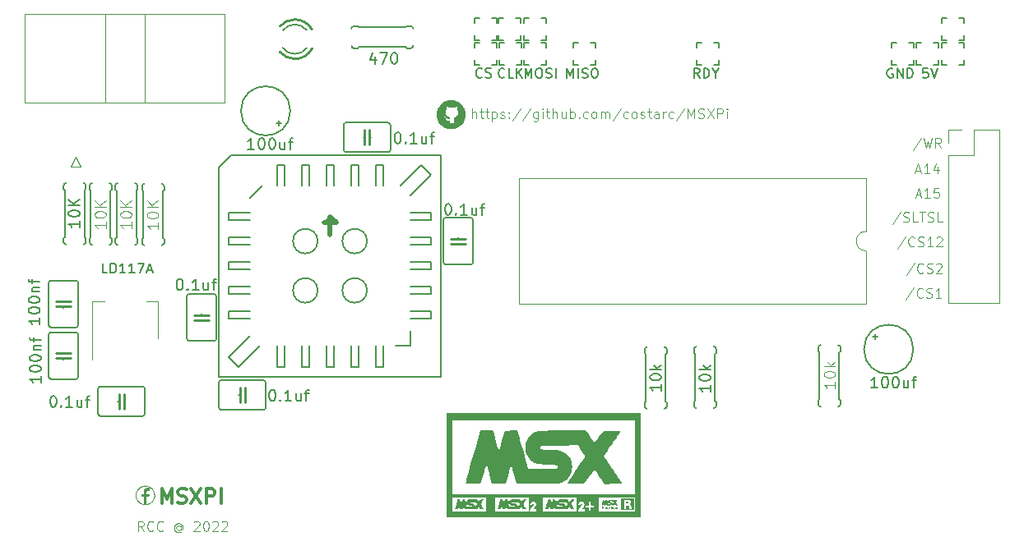
<source format=gbr>
%TF.GenerationSoftware,KiCad,Pcbnew,(6.0.7)*%
%TF.CreationDate,2022-11-17T13:34:52+00:00*%
%TF.ProjectId,msxpi,6d737870-692e-46b6-9963-61645f706362,rev?*%
%TF.SameCoordinates,Original*%
%TF.FileFunction,Legend,Top*%
%TF.FilePolarity,Positive*%
%FSLAX46Y46*%
G04 Gerber Fmt 4.6, Leading zero omitted, Abs format (unit mm)*
G04 Created by KiCad (PCBNEW (6.0.7)) date 2022-11-17 13:34:52*
%MOMM*%
%LPD*%
G01*
G04 APERTURE LIST*
%ADD10C,0.125000*%
%ADD11C,0.300000*%
%ADD12C,0.150000*%
%ADD13C,0.114300*%
%ADD14C,0.127000*%
%ADD15C,0.152400*%
%ADD16C,0.120000*%
%ADD17C,0.254000*%
%ADD18C,0.508000*%
G04 APERTURE END LIST*
D10*
X144945152Y-82189580D02*
X144945152Y-81189580D01*
X145373723Y-82189580D02*
X145373723Y-81665771D01*
X145326104Y-81570533D01*
X145230866Y-81522914D01*
X145088009Y-81522914D01*
X144992771Y-81570533D01*
X144945152Y-81618152D01*
X145707057Y-81522914D02*
X146088009Y-81522914D01*
X145849914Y-81189580D02*
X145849914Y-82046723D01*
X145897533Y-82141961D01*
X145992771Y-82189580D01*
X146088009Y-82189580D01*
X146278485Y-81522914D02*
X146659438Y-81522914D01*
X146421342Y-81189580D02*
X146421342Y-82046723D01*
X146468961Y-82141961D01*
X146564200Y-82189580D01*
X146659438Y-82189580D01*
X146992771Y-81522914D02*
X146992771Y-82522914D01*
X146992771Y-81570533D02*
X147088009Y-81522914D01*
X147278485Y-81522914D01*
X147373723Y-81570533D01*
X147421342Y-81618152D01*
X147468961Y-81713390D01*
X147468961Y-81999104D01*
X147421342Y-82094342D01*
X147373723Y-82141961D01*
X147278485Y-82189580D01*
X147088009Y-82189580D01*
X146992771Y-82141961D01*
X147849914Y-82141961D02*
X147945152Y-82189580D01*
X148135628Y-82189580D01*
X148230866Y-82141961D01*
X148278485Y-82046723D01*
X148278485Y-81999104D01*
X148230866Y-81903866D01*
X148135628Y-81856247D01*
X147992771Y-81856247D01*
X147897533Y-81808628D01*
X147849914Y-81713390D01*
X147849914Y-81665771D01*
X147897533Y-81570533D01*
X147992771Y-81522914D01*
X148135628Y-81522914D01*
X148230866Y-81570533D01*
X148707057Y-82094342D02*
X148754676Y-82141961D01*
X148707057Y-82189580D01*
X148659438Y-82141961D01*
X148707057Y-82094342D01*
X148707057Y-82189580D01*
X148707057Y-81570533D02*
X148754676Y-81618152D01*
X148707057Y-81665771D01*
X148659438Y-81618152D01*
X148707057Y-81570533D01*
X148707057Y-81665771D01*
X149897533Y-81141961D02*
X149040390Y-82427676D01*
X150945152Y-81141961D02*
X150088009Y-82427676D01*
X151707057Y-81522914D02*
X151707057Y-82332438D01*
X151659438Y-82427676D01*
X151611819Y-82475295D01*
X151516580Y-82522914D01*
X151373723Y-82522914D01*
X151278485Y-82475295D01*
X151707057Y-82141961D02*
X151611819Y-82189580D01*
X151421342Y-82189580D01*
X151326104Y-82141961D01*
X151278485Y-82094342D01*
X151230866Y-81999104D01*
X151230866Y-81713390D01*
X151278485Y-81618152D01*
X151326104Y-81570533D01*
X151421342Y-81522914D01*
X151611819Y-81522914D01*
X151707057Y-81570533D01*
X152183247Y-82189580D02*
X152183247Y-81522914D01*
X152183247Y-81189580D02*
X152135628Y-81237200D01*
X152183247Y-81284819D01*
X152230866Y-81237200D01*
X152183247Y-81189580D01*
X152183247Y-81284819D01*
X152516580Y-81522914D02*
X152897533Y-81522914D01*
X152659438Y-81189580D02*
X152659438Y-82046723D01*
X152707057Y-82141961D01*
X152802295Y-82189580D01*
X152897533Y-82189580D01*
X153230866Y-82189580D02*
X153230866Y-81189580D01*
X153659438Y-82189580D02*
X153659438Y-81665771D01*
X153611819Y-81570533D01*
X153516580Y-81522914D01*
X153373723Y-81522914D01*
X153278485Y-81570533D01*
X153230866Y-81618152D01*
X154564200Y-81522914D02*
X154564200Y-82189580D01*
X154135628Y-81522914D02*
X154135628Y-82046723D01*
X154183247Y-82141961D01*
X154278485Y-82189580D01*
X154421342Y-82189580D01*
X154516580Y-82141961D01*
X154564200Y-82094342D01*
X155040390Y-82189580D02*
X155040390Y-81189580D01*
X155040390Y-81570533D02*
X155135628Y-81522914D01*
X155326104Y-81522914D01*
X155421342Y-81570533D01*
X155468961Y-81618152D01*
X155516580Y-81713390D01*
X155516580Y-81999104D01*
X155468961Y-82094342D01*
X155421342Y-82141961D01*
X155326104Y-82189580D01*
X155135628Y-82189580D01*
X155040390Y-82141961D01*
X155945152Y-82094342D02*
X155992771Y-82141961D01*
X155945152Y-82189580D01*
X155897533Y-82141961D01*
X155945152Y-82094342D01*
X155945152Y-82189580D01*
X156849914Y-82141961D02*
X156754676Y-82189580D01*
X156564200Y-82189580D01*
X156468961Y-82141961D01*
X156421342Y-82094342D01*
X156373723Y-81999104D01*
X156373723Y-81713390D01*
X156421342Y-81618152D01*
X156468961Y-81570533D01*
X156564200Y-81522914D01*
X156754676Y-81522914D01*
X156849914Y-81570533D01*
X157421342Y-82189580D02*
X157326104Y-82141961D01*
X157278485Y-82094342D01*
X157230866Y-81999104D01*
X157230866Y-81713390D01*
X157278485Y-81618152D01*
X157326104Y-81570533D01*
X157421342Y-81522914D01*
X157564200Y-81522914D01*
X157659438Y-81570533D01*
X157707057Y-81618152D01*
X157754676Y-81713390D01*
X157754676Y-81999104D01*
X157707057Y-82094342D01*
X157659438Y-82141961D01*
X157564200Y-82189580D01*
X157421342Y-82189580D01*
X158183247Y-82189580D02*
X158183247Y-81522914D01*
X158183247Y-81618152D02*
X158230866Y-81570533D01*
X158326104Y-81522914D01*
X158468961Y-81522914D01*
X158564200Y-81570533D01*
X158611819Y-81665771D01*
X158611819Y-82189580D01*
X158611819Y-81665771D02*
X158659438Y-81570533D01*
X158754676Y-81522914D01*
X158897533Y-81522914D01*
X158992771Y-81570533D01*
X159040390Y-81665771D01*
X159040390Y-82189580D01*
X160230866Y-81141961D02*
X159373723Y-82427676D01*
X160992771Y-82141961D02*
X160897533Y-82189580D01*
X160707057Y-82189580D01*
X160611819Y-82141961D01*
X160564200Y-82094342D01*
X160516580Y-81999104D01*
X160516580Y-81713390D01*
X160564200Y-81618152D01*
X160611819Y-81570533D01*
X160707057Y-81522914D01*
X160897533Y-81522914D01*
X160992771Y-81570533D01*
X161564200Y-82189580D02*
X161468961Y-82141961D01*
X161421342Y-82094342D01*
X161373723Y-81999104D01*
X161373723Y-81713390D01*
X161421342Y-81618152D01*
X161468961Y-81570533D01*
X161564200Y-81522914D01*
X161707057Y-81522914D01*
X161802295Y-81570533D01*
X161849914Y-81618152D01*
X161897533Y-81713390D01*
X161897533Y-81999104D01*
X161849914Y-82094342D01*
X161802295Y-82141961D01*
X161707057Y-82189580D01*
X161564200Y-82189580D01*
X162278485Y-82141961D02*
X162373723Y-82189580D01*
X162564200Y-82189580D01*
X162659438Y-82141961D01*
X162707057Y-82046723D01*
X162707057Y-81999104D01*
X162659438Y-81903866D01*
X162564200Y-81856247D01*
X162421342Y-81856247D01*
X162326104Y-81808628D01*
X162278485Y-81713390D01*
X162278485Y-81665771D01*
X162326104Y-81570533D01*
X162421342Y-81522914D01*
X162564200Y-81522914D01*
X162659438Y-81570533D01*
X162992771Y-81522914D02*
X163373723Y-81522914D01*
X163135628Y-81189580D02*
X163135628Y-82046723D01*
X163183247Y-82141961D01*
X163278485Y-82189580D01*
X163373723Y-82189580D01*
X164135628Y-82189580D02*
X164135628Y-81665771D01*
X164088009Y-81570533D01*
X163992771Y-81522914D01*
X163802295Y-81522914D01*
X163707057Y-81570533D01*
X164135628Y-82141961D02*
X164040390Y-82189580D01*
X163802295Y-82189580D01*
X163707057Y-82141961D01*
X163659438Y-82046723D01*
X163659438Y-81951485D01*
X163707057Y-81856247D01*
X163802295Y-81808628D01*
X164040390Y-81808628D01*
X164135628Y-81761009D01*
X164611819Y-82189580D02*
X164611819Y-81522914D01*
X164611819Y-81713390D02*
X164659438Y-81618152D01*
X164707057Y-81570533D01*
X164802295Y-81522914D01*
X164897533Y-81522914D01*
X165659438Y-82141961D02*
X165564200Y-82189580D01*
X165373723Y-82189580D01*
X165278485Y-82141961D01*
X165230866Y-82094342D01*
X165183247Y-81999104D01*
X165183247Y-81713390D01*
X165230866Y-81618152D01*
X165278485Y-81570533D01*
X165373723Y-81522914D01*
X165564200Y-81522914D01*
X165659438Y-81570533D01*
X166802295Y-81141961D02*
X165945152Y-82427676D01*
X167135628Y-82189580D02*
X167135628Y-81189580D01*
X167468961Y-81903866D01*
X167802295Y-81189580D01*
X167802295Y-82189580D01*
X168230866Y-82141961D02*
X168373723Y-82189580D01*
X168611819Y-82189580D01*
X168707057Y-82141961D01*
X168754676Y-82094342D01*
X168802295Y-81999104D01*
X168802295Y-81903866D01*
X168754676Y-81808628D01*
X168707057Y-81761009D01*
X168611819Y-81713390D01*
X168421342Y-81665771D01*
X168326104Y-81618152D01*
X168278485Y-81570533D01*
X168230866Y-81475295D01*
X168230866Y-81380057D01*
X168278485Y-81284819D01*
X168326104Y-81237200D01*
X168421342Y-81189580D01*
X168659438Y-81189580D01*
X168802295Y-81237200D01*
X169135628Y-81189580D02*
X169802295Y-82189580D01*
X169802295Y-81189580D02*
X169135628Y-82189580D01*
X170183247Y-82189580D02*
X170183247Y-81189580D01*
X170564200Y-81189580D01*
X170659438Y-81237200D01*
X170707057Y-81284819D01*
X170754676Y-81380057D01*
X170754676Y-81522914D01*
X170707057Y-81618152D01*
X170659438Y-81665771D01*
X170564200Y-81713390D01*
X170183247Y-81713390D01*
X171183247Y-82189580D02*
X171183247Y-81522914D01*
X171183247Y-81189580D02*
X171135628Y-81237200D01*
X171183247Y-81284819D01*
X171230866Y-81237200D01*
X171183247Y-81189580D01*
X171183247Y-81284819D01*
D11*
X113016885Y-121887371D02*
X113016885Y-120387371D01*
X113516885Y-121458800D01*
X114016885Y-120387371D01*
X114016885Y-121887371D01*
X114659742Y-121815942D02*
X114874028Y-121887371D01*
X115231171Y-121887371D01*
X115374028Y-121815942D01*
X115445457Y-121744514D01*
X115516885Y-121601657D01*
X115516885Y-121458800D01*
X115445457Y-121315942D01*
X115374028Y-121244514D01*
X115231171Y-121173085D01*
X114945457Y-121101657D01*
X114802600Y-121030228D01*
X114731171Y-120958800D01*
X114659742Y-120815942D01*
X114659742Y-120673085D01*
X114731171Y-120530228D01*
X114802600Y-120458800D01*
X114945457Y-120387371D01*
X115302600Y-120387371D01*
X115516885Y-120458800D01*
X116016885Y-120387371D02*
X117016885Y-121887371D01*
X117016885Y-120387371D02*
X116016885Y-121887371D01*
X117588314Y-121887371D02*
X117588314Y-120387371D01*
X118159742Y-120387371D01*
X118302600Y-120458800D01*
X118374028Y-120530228D01*
X118445457Y-120673085D01*
X118445457Y-120887371D01*
X118374028Y-121030228D01*
X118302600Y-121101657D01*
X118159742Y-121173085D01*
X117588314Y-121173085D01*
X119088314Y-121887371D02*
X119088314Y-120387371D01*
D10*
X190415990Y-99658561D02*
X189558847Y-100944276D01*
X191320752Y-100610942D02*
X191273133Y-100658561D01*
X191130276Y-100706180D01*
X191035038Y-100706180D01*
X190892180Y-100658561D01*
X190796942Y-100563323D01*
X190749323Y-100468085D01*
X190701704Y-100277609D01*
X190701704Y-100134752D01*
X190749323Y-99944276D01*
X190796942Y-99849038D01*
X190892180Y-99753800D01*
X191035038Y-99706180D01*
X191130276Y-99706180D01*
X191273133Y-99753800D01*
X191320752Y-99801419D01*
X191701704Y-100658561D02*
X191844561Y-100706180D01*
X192082657Y-100706180D01*
X192177895Y-100658561D01*
X192225514Y-100610942D01*
X192273133Y-100515704D01*
X192273133Y-100420466D01*
X192225514Y-100325228D01*
X192177895Y-100277609D01*
X192082657Y-100229990D01*
X191892180Y-100182371D01*
X191796942Y-100134752D01*
X191749323Y-100087133D01*
X191701704Y-99991895D01*
X191701704Y-99896657D01*
X191749323Y-99801419D01*
X191796942Y-99753800D01*
X191892180Y-99706180D01*
X192130276Y-99706180D01*
X192273133Y-99753800D01*
X193225514Y-100706180D02*
X192654085Y-100706180D01*
X192939800Y-100706180D02*
X192939800Y-99706180D01*
X192844561Y-99849038D01*
X192749323Y-99944276D01*
X192654085Y-99991895D01*
X190466790Y-97118561D02*
X189609647Y-98404276D01*
X191371552Y-98070942D02*
X191323933Y-98118561D01*
X191181076Y-98166180D01*
X191085838Y-98166180D01*
X190942980Y-98118561D01*
X190847742Y-98023323D01*
X190800123Y-97928085D01*
X190752504Y-97737609D01*
X190752504Y-97594752D01*
X190800123Y-97404276D01*
X190847742Y-97309038D01*
X190942980Y-97213800D01*
X191085838Y-97166180D01*
X191181076Y-97166180D01*
X191323933Y-97213800D01*
X191371552Y-97261419D01*
X191752504Y-98118561D02*
X191895361Y-98166180D01*
X192133457Y-98166180D01*
X192228695Y-98118561D01*
X192276314Y-98070942D01*
X192323933Y-97975704D01*
X192323933Y-97880466D01*
X192276314Y-97785228D01*
X192228695Y-97737609D01*
X192133457Y-97689990D01*
X191942980Y-97642371D01*
X191847742Y-97594752D01*
X191800123Y-97547133D01*
X191752504Y-97451895D01*
X191752504Y-97356657D01*
X191800123Y-97261419D01*
X191847742Y-97213800D01*
X191942980Y-97166180D01*
X192181076Y-97166180D01*
X192323933Y-97213800D01*
X192704885Y-97261419D02*
X192752504Y-97213800D01*
X192847742Y-97166180D01*
X193085838Y-97166180D01*
X193181076Y-97213800D01*
X193228695Y-97261419D01*
X193276314Y-97356657D01*
X193276314Y-97451895D01*
X193228695Y-97594752D01*
X192657266Y-98166180D01*
X193276314Y-98166180D01*
X189558800Y-94375361D02*
X188701657Y-95661076D01*
X190463561Y-95327742D02*
X190415942Y-95375361D01*
X190273085Y-95422980D01*
X190177847Y-95422980D01*
X190034990Y-95375361D01*
X189939752Y-95280123D01*
X189892133Y-95184885D01*
X189844514Y-94994409D01*
X189844514Y-94851552D01*
X189892133Y-94661076D01*
X189939752Y-94565838D01*
X190034990Y-94470600D01*
X190177847Y-94422980D01*
X190273085Y-94422980D01*
X190415942Y-94470600D01*
X190463561Y-94518219D01*
X190844514Y-95375361D02*
X190987371Y-95422980D01*
X191225466Y-95422980D01*
X191320704Y-95375361D01*
X191368323Y-95327742D01*
X191415942Y-95232504D01*
X191415942Y-95137266D01*
X191368323Y-95042028D01*
X191320704Y-94994409D01*
X191225466Y-94946790D01*
X191034990Y-94899171D01*
X190939752Y-94851552D01*
X190892133Y-94803933D01*
X190844514Y-94708695D01*
X190844514Y-94613457D01*
X190892133Y-94518219D01*
X190939752Y-94470600D01*
X191034990Y-94422980D01*
X191273085Y-94422980D01*
X191415942Y-94470600D01*
X192368323Y-95422980D02*
X191796895Y-95422980D01*
X192082609Y-95422980D02*
X192082609Y-94422980D01*
X191987371Y-94565838D01*
X191892133Y-94661076D01*
X191796895Y-94708695D01*
X192749276Y-94518219D02*
X192796895Y-94470600D01*
X192892133Y-94422980D01*
X193130228Y-94422980D01*
X193225466Y-94470600D01*
X193273085Y-94518219D01*
X193320704Y-94613457D01*
X193320704Y-94708695D01*
X193273085Y-94851552D01*
X192701657Y-95422980D01*
X193320704Y-95422980D01*
X189039714Y-91835361D02*
X188182571Y-93121076D01*
X189325428Y-92835361D02*
X189468285Y-92882980D01*
X189706380Y-92882980D01*
X189801619Y-92835361D01*
X189849238Y-92787742D01*
X189896857Y-92692504D01*
X189896857Y-92597266D01*
X189849238Y-92502028D01*
X189801619Y-92454409D01*
X189706380Y-92406790D01*
X189515904Y-92359171D01*
X189420666Y-92311552D01*
X189373047Y-92263933D01*
X189325428Y-92168695D01*
X189325428Y-92073457D01*
X189373047Y-91978219D01*
X189420666Y-91930600D01*
X189515904Y-91882980D01*
X189754000Y-91882980D01*
X189896857Y-91930600D01*
X190801619Y-92882980D02*
X190325428Y-92882980D01*
X190325428Y-91882980D01*
X190992095Y-91882980D02*
X191563523Y-91882980D01*
X191277809Y-92882980D02*
X191277809Y-91882980D01*
X191849238Y-92835361D02*
X191992095Y-92882980D01*
X192230190Y-92882980D01*
X192325428Y-92835361D01*
X192373047Y-92787742D01*
X192420666Y-92692504D01*
X192420666Y-92597266D01*
X192373047Y-92502028D01*
X192325428Y-92454409D01*
X192230190Y-92406790D01*
X192039714Y-92359171D01*
X191944476Y-92311552D01*
X191896857Y-92263933D01*
X191849238Y-92168695D01*
X191849238Y-92073457D01*
X191896857Y-91978219D01*
X191944476Y-91930600D01*
X192039714Y-91882980D01*
X192277809Y-91882980D01*
X192420666Y-91930600D01*
X193325428Y-92882980D02*
X192849238Y-92882980D01*
X192849238Y-91882980D01*
X190630323Y-90108066D02*
X191106514Y-90108066D01*
X190535085Y-90393780D02*
X190868419Y-89393780D01*
X191201752Y-90393780D01*
X192058895Y-90393780D02*
X191487466Y-90393780D01*
X191773180Y-90393780D02*
X191773180Y-89393780D01*
X191677942Y-89536638D01*
X191582704Y-89631876D01*
X191487466Y-89679495D01*
X192963657Y-89393780D02*
X192487466Y-89393780D01*
X192439847Y-89869971D01*
X192487466Y-89822352D01*
X192582704Y-89774733D01*
X192820800Y-89774733D01*
X192916038Y-89822352D01*
X192963657Y-89869971D01*
X193011276Y-89965209D01*
X193011276Y-90203304D01*
X192963657Y-90298542D01*
X192916038Y-90346161D01*
X192820800Y-90393780D01*
X192582704Y-90393780D01*
X192487466Y-90346161D01*
X192439847Y-90298542D01*
X190604923Y-87593466D02*
X191081114Y-87593466D01*
X190509685Y-87879180D02*
X190843019Y-86879180D01*
X191176352Y-87879180D01*
X192033495Y-87879180D02*
X191462066Y-87879180D01*
X191747780Y-87879180D02*
X191747780Y-86879180D01*
X191652542Y-87022038D01*
X191557304Y-87117276D01*
X191462066Y-87164895D01*
X192890638Y-87212514D02*
X192890638Y-87879180D01*
X192652542Y-86831561D02*
X192414447Y-87545847D01*
X193033495Y-87545847D01*
X191152542Y-84189961D02*
X190295400Y-85475676D01*
X191390638Y-84237580D02*
X191628733Y-85237580D01*
X191819209Y-84523295D01*
X192009685Y-85237580D01*
X192247780Y-84237580D01*
X193200161Y-85237580D02*
X192866828Y-84761390D01*
X192628733Y-85237580D02*
X192628733Y-84237580D01*
X193009685Y-84237580D01*
X193104923Y-84285200D01*
X193152542Y-84332819D01*
X193200161Y-84428057D01*
X193200161Y-84570914D01*
X193152542Y-84666152D01*
X193104923Y-84713771D01*
X193009685Y-84761390D01*
X192628733Y-84761390D01*
X111112800Y-124759980D02*
X110779466Y-124283790D01*
X110541371Y-124759980D02*
X110541371Y-123759980D01*
X110922323Y-123759980D01*
X111017561Y-123807600D01*
X111065180Y-123855219D01*
X111112800Y-123950457D01*
X111112800Y-124093314D01*
X111065180Y-124188552D01*
X111017561Y-124236171D01*
X110922323Y-124283790D01*
X110541371Y-124283790D01*
X112112800Y-124664742D02*
X112065180Y-124712361D01*
X111922323Y-124759980D01*
X111827085Y-124759980D01*
X111684228Y-124712361D01*
X111588990Y-124617123D01*
X111541371Y-124521885D01*
X111493752Y-124331409D01*
X111493752Y-124188552D01*
X111541371Y-123998076D01*
X111588990Y-123902838D01*
X111684228Y-123807600D01*
X111827085Y-123759980D01*
X111922323Y-123759980D01*
X112065180Y-123807600D01*
X112112800Y-123855219D01*
X113112800Y-124664742D02*
X113065180Y-124712361D01*
X112922323Y-124759980D01*
X112827085Y-124759980D01*
X112684228Y-124712361D01*
X112588990Y-124617123D01*
X112541371Y-124521885D01*
X112493752Y-124331409D01*
X112493752Y-124188552D01*
X112541371Y-123998076D01*
X112588990Y-123902838D01*
X112684228Y-123807600D01*
X112827085Y-123759980D01*
X112922323Y-123759980D01*
X113065180Y-123807600D01*
X113112800Y-123855219D01*
X114922323Y-124283790D02*
X114874704Y-124236171D01*
X114779466Y-124188552D01*
X114684228Y-124188552D01*
X114588990Y-124236171D01*
X114541371Y-124283790D01*
X114493752Y-124379028D01*
X114493752Y-124474266D01*
X114541371Y-124569504D01*
X114588990Y-124617123D01*
X114684228Y-124664742D01*
X114779466Y-124664742D01*
X114874704Y-124617123D01*
X114922323Y-124569504D01*
X114922323Y-124188552D02*
X114922323Y-124569504D01*
X114969942Y-124617123D01*
X115017561Y-124617123D01*
X115112800Y-124569504D01*
X115160419Y-124474266D01*
X115160419Y-124236171D01*
X115065180Y-124093314D01*
X114922323Y-123998076D01*
X114731847Y-123950457D01*
X114541371Y-123998076D01*
X114398514Y-124093314D01*
X114303276Y-124236171D01*
X114255657Y-124426647D01*
X114303276Y-124617123D01*
X114398514Y-124759980D01*
X114541371Y-124855219D01*
X114731847Y-124902838D01*
X114922323Y-124855219D01*
X115065180Y-124759980D01*
X116303276Y-123855219D02*
X116350895Y-123807600D01*
X116446133Y-123759980D01*
X116684228Y-123759980D01*
X116779466Y-123807600D01*
X116827085Y-123855219D01*
X116874704Y-123950457D01*
X116874704Y-124045695D01*
X116827085Y-124188552D01*
X116255657Y-124759980D01*
X116874704Y-124759980D01*
X117493752Y-123759980D02*
X117588990Y-123759980D01*
X117684228Y-123807600D01*
X117731847Y-123855219D01*
X117779466Y-123950457D01*
X117827085Y-124140933D01*
X117827085Y-124379028D01*
X117779466Y-124569504D01*
X117731847Y-124664742D01*
X117684228Y-124712361D01*
X117588990Y-124759980D01*
X117493752Y-124759980D01*
X117398514Y-124712361D01*
X117350895Y-124664742D01*
X117303276Y-124569504D01*
X117255657Y-124379028D01*
X117255657Y-124140933D01*
X117303276Y-123950457D01*
X117350895Y-123855219D01*
X117398514Y-123807600D01*
X117493752Y-123759980D01*
X118208038Y-123855219D02*
X118255657Y-123807600D01*
X118350895Y-123759980D01*
X118588990Y-123759980D01*
X118684228Y-123807600D01*
X118731847Y-123855219D01*
X118779466Y-123950457D01*
X118779466Y-124045695D01*
X118731847Y-124188552D01*
X118160419Y-124759980D01*
X118779466Y-124759980D01*
X119160419Y-123855219D02*
X119208038Y-123807600D01*
X119303276Y-123759980D01*
X119541371Y-123759980D01*
X119636609Y-123807600D01*
X119684228Y-123855219D01*
X119731847Y-123950457D01*
X119731847Y-124045695D01*
X119684228Y-124188552D01*
X119112800Y-124759980D01*
X119731847Y-124759980D01*
D12*
X188214095Y-77090457D02*
X188118857Y-77042837D01*
X187976000Y-77042837D01*
X187833142Y-77090457D01*
X187737904Y-77185695D01*
X187690285Y-77280933D01*
X187642666Y-77471409D01*
X187642666Y-77614266D01*
X187690285Y-77804742D01*
X187737904Y-77899980D01*
X187833142Y-77995218D01*
X187976000Y-78042837D01*
X188071238Y-78042837D01*
X188214095Y-77995218D01*
X188261714Y-77947599D01*
X188261714Y-77614266D01*
X188071238Y-77614266D01*
X188690285Y-78042837D02*
X188690285Y-77042837D01*
X189261714Y-78042837D01*
X189261714Y-77042837D01*
X189737904Y-78042837D02*
X189737904Y-77042837D01*
X189976000Y-77042837D01*
X190118857Y-77090457D01*
X190214095Y-77185695D01*
X190261714Y-77280933D01*
X190309333Y-77471409D01*
X190309333Y-77614266D01*
X190261714Y-77804742D01*
X190214095Y-77899980D01*
X190118857Y-77995218D01*
X189976000Y-78042837D01*
X189737904Y-78042837D01*
X148274161Y-77954142D02*
X148226542Y-78001761D01*
X148083685Y-78049380D01*
X147988447Y-78049380D01*
X147845590Y-78001761D01*
X147750352Y-77906523D01*
X147702733Y-77811285D01*
X147655114Y-77620809D01*
X147655114Y-77477952D01*
X147702733Y-77287476D01*
X147750352Y-77192238D01*
X147845590Y-77097000D01*
X147988447Y-77049380D01*
X148083685Y-77049380D01*
X148226542Y-77097000D01*
X148274161Y-77144619D01*
X149178923Y-78049380D02*
X148702733Y-78049380D01*
X148702733Y-77049380D01*
X149512257Y-78049380D02*
X149512257Y-77049380D01*
X150083685Y-78049380D02*
X149655114Y-77477952D01*
X150083685Y-77049380D02*
X149512257Y-77620809D01*
X145934133Y-77918977D02*
X145886514Y-77966596D01*
X145743657Y-78014215D01*
X145648419Y-78014215D01*
X145505561Y-77966596D01*
X145410323Y-77871358D01*
X145362704Y-77776120D01*
X145315085Y-77585644D01*
X145315085Y-77442787D01*
X145362704Y-77252311D01*
X145410323Y-77157073D01*
X145505561Y-77061835D01*
X145648419Y-77014215D01*
X145743657Y-77014215D01*
X145886514Y-77061835D01*
X145934133Y-77109454D01*
X146315085Y-77966596D02*
X146457942Y-78014215D01*
X146696038Y-78014215D01*
X146791276Y-77966596D01*
X146838895Y-77918977D01*
X146886514Y-77823739D01*
X146886514Y-77728501D01*
X146838895Y-77633263D01*
X146791276Y-77585644D01*
X146696038Y-77538025D01*
X146505561Y-77490406D01*
X146410323Y-77442787D01*
X146362704Y-77395168D01*
X146315085Y-77299930D01*
X146315085Y-77204692D01*
X146362704Y-77109454D01*
X146410323Y-77061835D01*
X146505561Y-77014215D01*
X146743657Y-77014215D01*
X146886514Y-77061835D01*
X191833523Y-77042837D02*
X191357333Y-77042837D01*
X191309714Y-77519028D01*
X191357333Y-77471409D01*
X191452571Y-77423790D01*
X191690666Y-77423790D01*
X191785904Y-77471409D01*
X191833523Y-77519028D01*
X191881142Y-77614266D01*
X191881142Y-77852361D01*
X191833523Y-77947599D01*
X191785904Y-77995218D01*
X191690666Y-78042837D01*
X191452571Y-78042837D01*
X191357333Y-77995218D01*
X191309714Y-77947599D01*
X192166857Y-77042837D02*
X192500190Y-78042837D01*
X192833523Y-77042837D01*
X168345894Y-78042837D02*
X168012561Y-77566647D01*
X167774465Y-78042837D02*
X167774465Y-77042837D01*
X168155418Y-77042837D01*
X168250656Y-77090457D01*
X168298275Y-77138076D01*
X168345894Y-77233314D01*
X168345894Y-77376171D01*
X168298275Y-77471409D01*
X168250656Y-77519028D01*
X168155418Y-77566647D01*
X167774465Y-77566647D01*
X168774465Y-78042837D02*
X168774465Y-77042837D01*
X169012561Y-77042837D01*
X169155418Y-77090457D01*
X169250656Y-77185695D01*
X169298275Y-77280933D01*
X169345894Y-77471409D01*
X169345894Y-77614266D01*
X169298275Y-77804742D01*
X169250656Y-77899980D01*
X169155418Y-77995218D01*
X169012561Y-78042837D01*
X168774465Y-78042837D01*
X169964942Y-77566647D02*
X169964942Y-78042837D01*
X169631608Y-77042837D02*
X169964942Y-77566647D01*
X170298275Y-77042837D01*
X150396771Y-78042837D02*
X150396771Y-77042837D01*
X150730104Y-77757123D01*
X151063438Y-77042837D01*
X151063438Y-78042837D01*
X151730104Y-77042837D02*
X151920580Y-77042837D01*
X152015819Y-77090457D01*
X152111057Y-77185695D01*
X152158676Y-77376171D01*
X152158676Y-77709504D01*
X152111057Y-77899980D01*
X152015819Y-77995218D01*
X151920580Y-78042837D01*
X151730104Y-78042837D01*
X151634866Y-77995218D01*
X151539628Y-77899980D01*
X151492009Y-77709504D01*
X151492009Y-77376171D01*
X151539628Y-77185695D01*
X151634866Y-77090457D01*
X151730104Y-77042837D01*
X152539628Y-77995218D02*
X152682485Y-78042837D01*
X152920580Y-78042837D01*
X153015819Y-77995218D01*
X153063438Y-77947599D01*
X153111057Y-77852361D01*
X153111057Y-77757123D01*
X153063438Y-77661885D01*
X153015819Y-77614266D01*
X152920580Y-77566647D01*
X152730104Y-77519028D01*
X152634866Y-77471409D01*
X152587247Y-77423790D01*
X152539628Y-77328552D01*
X152539628Y-77233314D01*
X152587247Y-77138076D01*
X152634866Y-77090457D01*
X152730104Y-77042837D01*
X152968200Y-77042837D01*
X153111057Y-77090457D01*
X153539628Y-78042837D02*
X153539628Y-77042837D01*
X154693513Y-78042837D02*
X154693513Y-77042837D01*
X155026846Y-77757123D01*
X155360180Y-77042837D01*
X155360180Y-78042837D01*
X155836370Y-78042837D02*
X155836370Y-77042837D01*
X156264942Y-77995218D02*
X156407799Y-78042837D01*
X156645894Y-78042837D01*
X156741132Y-77995218D01*
X156788751Y-77947599D01*
X156836370Y-77852361D01*
X156836370Y-77757123D01*
X156788751Y-77661885D01*
X156741132Y-77614266D01*
X156645894Y-77566647D01*
X156455418Y-77519028D01*
X156360180Y-77471409D01*
X156312561Y-77423790D01*
X156264942Y-77328552D01*
X156264942Y-77233314D01*
X156312561Y-77138076D01*
X156360180Y-77090457D01*
X156455418Y-77042837D01*
X156693513Y-77042837D01*
X156836370Y-77090457D01*
X157455418Y-77042837D02*
X157645894Y-77042837D01*
X157741132Y-77090457D01*
X157836370Y-77185695D01*
X157883989Y-77376171D01*
X157883989Y-77709504D01*
X157836370Y-77899980D01*
X157741132Y-77995218D01*
X157645894Y-78042837D01*
X157455418Y-78042837D01*
X157360180Y-77995218D01*
X157264942Y-77899980D01*
X157217322Y-77709504D01*
X157217322Y-77376171D01*
X157264942Y-77185695D01*
X157360180Y-77090457D01*
X157455418Y-77042837D01*
D13*
%TO.C,R5*%
X182285216Y-109366261D02*
X182285216Y-110026661D01*
X182285216Y-109696461D02*
X181129516Y-109696461D01*
X181294616Y-109806528D01*
X181404683Y-109916595D01*
X181459716Y-110026661D01*
X181129516Y-108650828D02*
X181129516Y-108540761D01*
X181184550Y-108430695D01*
X181239583Y-108375661D01*
X181349650Y-108320628D01*
X181569783Y-108265595D01*
X181844950Y-108265595D01*
X182065083Y-108320628D01*
X182175150Y-108375661D01*
X182230183Y-108430695D01*
X182285216Y-108540761D01*
X182285216Y-108650828D01*
X182230183Y-108760895D01*
X182175150Y-108815928D01*
X182065083Y-108870961D01*
X181844950Y-108925995D01*
X181569783Y-108925995D01*
X181349650Y-108870961D01*
X181239583Y-108815928D01*
X181184550Y-108760895D01*
X181129516Y-108650828D01*
X182285216Y-107770295D02*
X181129516Y-107770295D01*
X181844950Y-107660228D02*
X182285216Y-107330028D01*
X181514750Y-107330028D02*
X181955016Y-107770295D01*
D14*
%TO.C,C8*%
X124319392Y-110206971D02*
X124428250Y-110206971D01*
X124537107Y-110261400D01*
X124591535Y-110315828D01*
X124645964Y-110424685D01*
X124700392Y-110642400D01*
X124700392Y-110914542D01*
X124645964Y-111132257D01*
X124591535Y-111241114D01*
X124537107Y-111295542D01*
X124428250Y-111349971D01*
X124319392Y-111349971D01*
X124210535Y-111295542D01*
X124156107Y-111241114D01*
X124101678Y-111132257D01*
X124047250Y-110914542D01*
X124047250Y-110642400D01*
X124101678Y-110424685D01*
X124156107Y-110315828D01*
X124210535Y-110261400D01*
X124319392Y-110206971D01*
X125190250Y-111241114D02*
X125244678Y-111295542D01*
X125190250Y-111349971D01*
X125135821Y-111295542D01*
X125190250Y-111241114D01*
X125190250Y-111349971D01*
X126333250Y-111349971D02*
X125680107Y-111349971D01*
X126006678Y-111349971D02*
X126006678Y-110206971D01*
X125897821Y-110370257D01*
X125788964Y-110479114D01*
X125680107Y-110533542D01*
X127312964Y-110587971D02*
X127312964Y-111349971D01*
X126823107Y-110587971D02*
X126823107Y-111186685D01*
X126877535Y-111295542D01*
X126986392Y-111349971D01*
X127149678Y-111349971D01*
X127258535Y-111295542D01*
X127312964Y-111241114D01*
X127693964Y-110587971D02*
X128129392Y-110587971D01*
X127857250Y-111349971D02*
X127857250Y-110370257D01*
X127911678Y-110261400D01*
X128020535Y-110206971D01*
X128129392Y-110206971D01*
%TO.C,C1*%
X100529571Y-108774592D02*
X100529571Y-109427735D01*
X100529571Y-109101164D02*
X99386571Y-109101164D01*
X99549857Y-109210021D01*
X99658714Y-109318878D01*
X99713142Y-109427735D01*
X99386571Y-108067021D02*
X99386571Y-107958164D01*
X99441000Y-107849307D01*
X99495428Y-107794878D01*
X99604285Y-107740450D01*
X99822000Y-107686021D01*
X100094142Y-107686021D01*
X100311857Y-107740450D01*
X100420714Y-107794878D01*
X100475142Y-107849307D01*
X100529571Y-107958164D01*
X100529571Y-108067021D01*
X100475142Y-108175878D01*
X100420714Y-108230307D01*
X100311857Y-108284735D01*
X100094142Y-108339164D01*
X99822000Y-108339164D01*
X99604285Y-108284735D01*
X99495428Y-108230307D01*
X99441000Y-108175878D01*
X99386571Y-108067021D01*
X99386571Y-106978450D02*
X99386571Y-106869592D01*
X99441000Y-106760735D01*
X99495428Y-106706307D01*
X99604285Y-106651878D01*
X99822000Y-106597450D01*
X100094142Y-106597450D01*
X100311857Y-106651878D01*
X100420714Y-106706307D01*
X100475142Y-106760735D01*
X100529571Y-106869592D01*
X100529571Y-106978450D01*
X100475142Y-107087307D01*
X100420714Y-107141735D01*
X100311857Y-107196164D01*
X100094142Y-107250592D01*
X99822000Y-107250592D01*
X99604285Y-107196164D01*
X99495428Y-107141735D01*
X99441000Y-107087307D01*
X99386571Y-106978450D01*
X99767571Y-106107592D02*
X100529571Y-106107592D01*
X99876428Y-106107592D02*
X99822000Y-106053164D01*
X99767571Y-105944307D01*
X99767571Y-105781021D01*
X99822000Y-105672164D01*
X99930857Y-105617735D01*
X100529571Y-105617735D01*
X99767571Y-105236735D02*
X99767571Y-104801307D01*
X100529571Y-105073450D02*
X99549857Y-105073450D01*
X99441000Y-105019021D01*
X99386571Y-104910164D01*
X99386571Y-104801307D01*
D13*
%TO.C,R3*%
X109869816Y-92898171D02*
X109869816Y-93558571D01*
X109869816Y-93228371D02*
X108714116Y-93228371D01*
X108879216Y-93338438D01*
X108989283Y-93448505D01*
X109044316Y-93558571D01*
X108714116Y-92182738D02*
X108714116Y-92072671D01*
X108769150Y-91962605D01*
X108824183Y-91907571D01*
X108934250Y-91852538D01*
X109154383Y-91797505D01*
X109429550Y-91797505D01*
X109649683Y-91852538D01*
X109759750Y-91907571D01*
X109814783Y-91962605D01*
X109869816Y-92072671D01*
X109869816Y-92182738D01*
X109814783Y-92292805D01*
X109759750Y-92347838D01*
X109649683Y-92402871D01*
X109429550Y-92457905D01*
X109154383Y-92457905D01*
X108934250Y-92402871D01*
X108824183Y-92347838D01*
X108769150Y-92292805D01*
X108714116Y-92182738D01*
X109869816Y-91302205D02*
X108714116Y-91302205D01*
X109869816Y-90641805D02*
X109209416Y-91137105D01*
X108714116Y-90641805D02*
X109374516Y-91302205D01*
D14*
%TO.C,R8*%
X134956550Y-75815371D02*
X134956550Y-76577371D01*
X134684407Y-75379942D02*
X134412264Y-76196371D01*
X135119835Y-76196371D01*
X135446407Y-75434371D02*
X136208407Y-75434371D01*
X135718550Y-76577371D01*
X136861550Y-75434371D02*
X136970407Y-75434371D01*
X137079264Y-75488800D01*
X137133692Y-75543228D01*
X137188121Y-75652085D01*
X137242550Y-75869800D01*
X137242550Y-76141942D01*
X137188121Y-76359657D01*
X137133692Y-76468514D01*
X137079264Y-76522942D01*
X136970407Y-76577371D01*
X136861550Y-76577371D01*
X136752692Y-76522942D01*
X136698264Y-76468514D01*
X136643835Y-76359657D01*
X136589407Y-76141942D01*
X136589407Y-75869800D01*
X136643835Y-75652085D01*
X136698264Y-75543228D01*
X136752692Y-75488800D01*
X136861550Y-75434371D01*
%TO.C,C9*%
X186678207Y-109978371D02*
X186025064Y-109978371D01*
X186351635Y-109978371D02*
X186351635Y-108835371D01*
X186242778Y-108998657D01*
X186133921Y-109107514D01*
X186025064Y-109161942D01*
X187385778Y-108835371D02*
X187494635Y-108835371D01*
X187603492Y-108889800D01*
X187657921Y-108944228D01*
X187712350Y-109053085D01*
X187766778Y-109270800D01*
X187766778Y-109542942D01*
X187712350Y-109760657D01*
X187657921Y-109869514D01*
X187603492Y-109923942D01*
X187494635Y-109978371D01*
X187385778Y-109978371D01*
X187276921Y-109923942D01*
X187222492Y-109869514D01*
X187168064Y-109760657D01*
X187113635Y-109542942D01*
X187113635Y-109270800D01*
X187168064Y-109053085D01*
X187222492Y-108944228D01*
X187276921Y-108889800D01*
X187385778Y-108835371D01*
X188474350Y-108835371D02*
X188583207Y-108835371D01*
X188692064Y-108889800D01*
X188746492Y-108944228D01*
X188800921Y-109053085D01*
X188855350Y-109270800D01*
X188855350Y-109542942D01*
X188800921Y-109760657D01*
X188746492Y-109869514D01*
X188692064Y-109923942D01*
X188583207Y-109978371D01*
X188474350Y-109978371D01*
X188365492Y-109923942D01*
X188311064Y-109869514D01*
X188256635Y-109760657D01*
X188202207Y-109542942D01*
X188202207Y-109270800D01*
X188256635Y-109053085D01*
X188311064Y-108944228D01*
X188365492Y-108889800D01*
X188474350Y-108835371D01*
X189835064Y-109216371D02*
X189835064Y-109978371D01*
X189345207Y-109216371D02*
X189345207Y-109815085D01*
X189399635Y-109923942D01*
X189508492Y-109978371D01*
X189671778Y-109978371D01*
X189780635Y-109923942D01*
X189835064Y-109869514D01*
X190216064Y-109216371D02*
X190651492Y-109216371D01*
X190379350Y-109978371D02*
X190379350Y-108998657D01*
X190433778Y-108889800D01*
X190542635Y-108835371D01*
X190651492Y-108835371D01*
D12*
%TO.C,IC1*%
X107375580Y-98140780D02*
X106899390Y-98140780D01*
X106899390Y-97140780D01*
X107708914Y-98140780D02*
X107708914Y-97140780D01*
X107947009Y-97140780D01*
X108089866Y-97188400D01*
X108185104Y-97283638D01*
X108232723Y-97378876D01*
X108280342Y-97569352D01*
X108280342Y-97712209D01*
X108232723Y-97902685D01*
X108185104Y-97997923D01*
X108089866Y-98093161D01*
X107947009Y-98140780D01*
X107708914Y-98140780D01*
X109232723Y-98140780D02*
X108661295Y-98140780D01*
X108947009Y-98140780D02*
X108947009Y-97140780D01*
X108851771Y-97283638D01*
X108756533Y-97378876D01*
X108661295Y-97426495D01*
X110185104Y-98140780D02*
X109613676Y-98140780D01*
X109899390Y-98140780D02*
X109899390Y-97140780D01*
X109804152Y-97283638D01*
X109708914Y-97378876D01*
X109613676Y-97426495D01*
X110518438Y-97140780D02*
X111185104Y-97140780D01*
X110756533Y-98140780D01*
X111518438Y-97855066D02*
X111994628Y-97855066D01*
X111423200Y-98140780D02*
X111756533Y-97140780D01*
X112089866Y-98140780D01*
D14*
%TO.C,R1*%
X104542771Y-92772592D02*
X104542771Y-93425735D01*
X104542771Y-93099164D02*
X103399771Y-93099164D01*
X103563057Y-93208021D01*
X103671914Y-93316878D01*
X103726342Y-93425735D01*
X103399771Y-92065021D02*
X103399771Y-91956164D01*
X103454200Y-91847307D01*
X103508628Y-91792878D01*
X103617485Y-91738450D01*
X103835200Y-91684021D01*
X104107342Y-91684021D01*
X104325057Y-91738450D01*
X104433914Y-91792878D01*
X104488342Y-91847307D01*
X104542771Y-91956164D01*
X104542771Y-92065021D01*
X104488342Y-92173878D01*
X104433914Y-92228307D01*
X104325057Y-92282735D01*
X104107342Y-92337164D01*
X103835200Y-92337164D01*
X103617485Y-92282735D01*
X103508628Y-92228307D01*
X103454200Y-92173878D01*
X103399771Y-92065021D01*
X104542771Y-91194164D02*
X103399771Y-91194164D01*
X104542771Y-90541021D02*
X103889628Y-91030878D01*
X103399771Y-90541021D02*
X104052914Y-91194164D01*
%TO.C,C7*%
X142404192Y-91004571D02*
X142513050Y-91004571D01*
X142621907Y-91059000D01*
X142676335Y-91113428D01*
X142730764Y-91222285D01*
X142785192Y-91440000D01*
X142785192Y-91712142D01*
X142730764Y-91929857D01*
X142676335Y-92038714D01*
X142621907Y-92093142D01*
X142513050Y-92147571D01*
X142404192Y-92147571D01*
X142295335Y-92093142D01*
X142240907Y-92038714D01*
X142186478Y-91929857D01*
X142132050Y-91712142D01*
X142132050Y-91440000D01*
X142186478Y-91222285D01*
X142240907Y-91113428D01*
X142295335Y-91059000D01*
X142404192Y-91004571D01*
X143275050Y-92038714D02*
X143329478Y-92093142D01*
X143275050Y-92147571D01*
X143220621Y-92093142D01*
X143275050Y-92038714D01*
X143275050Y-92147571D01*
X144418050Y-92147571D02*
X143764907Y-92147571D01*
X144091478Y-92147571D02*
X144091478Y-91004571D01*
X143982621Y-91167857D01*
X143873764Y-91276714D01*
X143764907Y-91331142D01*
X145397764Y-91385571D02*
X145397764Y-92147571D01*
X144907907Y-91385571D02*
X144907907Y-91984285D01*
X144962335Y-92093142D01*
X145071192Y-92147571D01*
X145234478Y-92147571D01*
X145343335Y-92093142D01*
X145397764Y-92038714D01*
X145778764Y-91385571D02*
X146214192Y-91385571D01*
X145942050Y-92147571D02*
X145942050Y-91167857D01*
X145996478Y-91059000D01*
X146105335Y-91004571D01*
X146214192Y-91004571D01*
%TO.C,R7*%
X164385171Y-109654521D02*
X164385171Y-110307664D01*
X164385171Y-109981092D02*
X163242171Y-109981092D01*
X163405457Y-110089950D01*
X163514314Y-110198807D01*
X163568742Y-110307664D01*
X163242171Y-108946950D02*
X163242171Y-108838092D01*
X163296600Y-108729235D01*
X163351028Y-108674807D01*
X163459885Y-108620378D01*
X163677600Y-108565950D01*
X163949742Y-108565950D01*
X164167457Y-108620378D01*
X164276314Y-108674807D01*
X164330742Y-108729235D01*
X164385171Y-108838092D01*
X164385171Y-108946950D01*
X164330742Y-109055807D01*
X164276314Y-109110235D01*
X164167457Y-109164664D01*
X163949742Y-109219092D01*
X163677600Y-109219092D01*
X163459885Y-109164664D01*
X163351028Y-109110235D01*
X163296600Y-109055807D01*
X163242171Y-108946950D01*
X164385171Y-108076092D02*
X163242171Y-108076092D01*
X163949742Y-107967235D02*
X164385171Y-107640664D01*
X163623171Y-107640664D02*
X164058600Y-108076092D01*
%TO.C,C5*%
X137222592Y-83638571D02*
X137331450Y-83638571D01*
X137440307Y-83693000D01*
X137494735Y-83747428D01*
X137549164Y-83856285D01*
X137603592Y-84074000D01*
X137603592Y-84346142D01*
X137549164Y-84563857D01*
X137494735Y-84672714D01*
X137440307Y-84727142D01*
X137331450Y-84781571D01*
X137222592Y-84781571D01*
X137113735Y-84727142D01*
X137059307Y-84672714D01*
X137004878Y-84563857D01*
X136950450Y-84346142D01*
X136950450Y-84074000D01*
X137004878Y-83856285D01*
X137059307Y-83747428D01*
X137113735Y-83693000D01*
X137222592Y-83638571D01*
X138093450Y-84672714D02*
X138147878Y-84727142D01*
X138093450Y-84781571D01*
X138039021Y-84727142D01*
X138093450Y-84672714D01*
X138093450Y-84781571D01*
X139236450Y-84781571D02*
X138583307Y-84781571D01*
X138909878Y-84781571D02*
X138909878Y-83638571D01*
X138801021Y-83801857D01*
X138692164Y-83910714D01*
X138583307Y-83965142D01*
X140216164Y-84019571D02*
X140216164Y-84781571D01*
X139726307Y-84019571D02*
X139726307Y-84618285D01*
X139780735Y-84727142D01*
X139889592Y-84781571D01*
X140052878Y-84781571D01*
X140161735Y-84727142D01*
X140216164Y-84672714D01*
X140597164Y-84019571D02*
X141032592Y-84019571D01*
X140760450Y-84781571D02*
X140760450Y-83801857D01*
X140814878Y-83693000D01*
X140923735Y-83638571D01*
X141032592Y-83638571D01*
D13*
%TO.C,R2*%
X107228216Y-92898171D02*
X107228216Y-93558571D01*
X107228216Y-93228371D02*
X106072516Y-93228371D01*
X106237616Y-93338438D01*
X106347683Y-93448505D01*
X106402716Y-93558571D01*
X106072516Y-92182738D02*
X106072516Y-92072671D01*
X106127550Y-91962605D01*
X106182583Y-91907571D01*
X106292650Y-91852538D01*
X106512783Y-91797505D01*
X106787950Y-91797505D01*
X107008083Y-91852538D01*
X107118150Y-91907571D01*
X107173183Y-91962605D01*
X107228216Y-92072671D01*
X107228216Y-92182738D01*
X107173183Y-92292805D01*
X107118150Y-92347838D01*
X107008083Y-92402871D01*
X106787950Y-92457905D01*
X106512783Y-92457905D01*
X106292650Y-92402871D01*
X106182583Y-92347838D01*
X106127550Y-92292805D01*
X106072516Y-92182738D01*
X107228216Y-91302205D02*
X106072516Y-91302205D01*
X107228216Y-90641805D02*
X106567816Y-91137105D01*
X106072516Y-90641805D02*
X106732916Y-91302205D01*
D14*
%TO.C,C6*%
X101764192Y-110816571D02*
X101873050Y-110816571D01*
X101981907Y-110871000D01*
X102036335Y-110925428D01*
X102090764Y-111034285D01*
X102145192Y-111252000D01*
X102145192Y-111524142D01*
X102090764Y-111741857D01*
X102036335Y-111850714D01*
X101981907Y-111905142D01*
X101873050Y-111959571D01*
X101764192Y-111959571D01*
X101655335Y-111905142D01*
X101600907Y-111850714D01*
X101546478Y-111741857D01*
X101492050Y-111524142D01*
X101492050Y-111252000D01*
X101546478Y-111034285D01*
X101600907Y-110925428D01*
X101655335Y-110871000D01*
X101764192Y-110816571D01*
X102635050Y-111850714D02*
X102689478Y-111905142D01*
X102635050Y-111959571D01*
X102580621Y-111905142D01*
X102635050Y-111850714D01*
X102635050Y-111959571D01*
X103778050Y-111959571D02*
X103124907Y-111959571D01*
X103451478Y-111959571D02*
X103451478Y-110816571D01*
X103342621Y-110979857D01*
X103233764Y-111088714D01*
X103124907Y-111143142D01*
X104757764Y-111197571D02*
X104757764Y-111959571D01*
X104267907Y-111197571D02*
X104267907Y-111796285D01*
X104322335Y-111905142D01*
X104431192Y-111959571D01*
X104594478Y-111959571D01*
X104703335Y-111905142D01*
X104757764Y-111850714D01*
X105138764Y-111197571D02*
X105574192Y-111197571D01*
X105302050Y-111959571D02*
X105302050Y-110979857D01*
X105356478Y-110871000D01*
X105465335Y-110816571D01*
X105574192Y-110816571D01*
%TO.C,C2*%
X122492407Y-85391171D02*
X121839264Y-85391171D01*
X122165835Y-85391171D02*
X122165835Y-84248171D01*
X122056978Y-84411457D01*
X121948121Y-84520314D01*
X121839264Y-84574742D01*
X123199978Y-84248171D02*
X123308835Y-84248171D01*
X123417692Y-84302600D01*
X123472121Y-84357028D01*
X123526550Y-84465885D01*
X123580978Y-84683600D01*
X123580978Y-84955742D01*
X123526550Y-85173457D01*
X123472121Y-85282314D01*
X123417692Y-85336742D01*
X123308835Y-85391171D01*
X123199978Y-85391171D01*
X123091121Y-85336742D01*
X123036692Y-85282314D01*
X122982264Y-85173457D01*
X122927835Y-84955742D01*
X122927835Y-84683600D01*
X122982264Y-84465885D01*
X123036692Y-84357028D01*
X123091121Y-84302600D01*
X123199978Y-84248171D01*
X124288550Y-84248171D02*
X124397407Y-84248171D01*
X124506264Y-84302600D01*
X124560692Y-84357028D01*
X124615121Y-84465885D01*
X124669550Y-84683600D01*
X124669550Y-84955742D01*
X124615121Y-85173457D01*
X124560692Y-85282314D01*
X124506264Y-85336742D01*
X124397407Y-85391171D01*
X124288550Y-85391171D01*
X124179692Y-85336742D01*
X124125264Y-85282314D01*
X124070835Y-85173457D01*
X124016407Y-84955742D01*
X124016407Y-84683600D01*
X124070835Y-84465885D01*
X124125264Y-84357028D01*
X124179692Y-84302600D01*
X124288550Y-84248171D01*
X125649264Y-84629171D02*
X125649264Y-85391171D01*
X125159407Y-84629171D02*
X125159407Y-85227885D01*
X125213835Y-85336742D01*
X125322692Y-85391171D01*
X125485978Y-85391171D01*
X125594835Y-85336742D01*
X125649264Y-85282314D01*
X126030264Y-84629171D02*
X126465692Y-84629171D01*
X126193550Y-85391171D02*
X126193550Y-84411457D01*
X126247978Y-84302600D01*
X126356835Y-84248171D01*
X126465692Y-84248171D01*
%TO.C,C4*%
X114770807Y-98776971D02*
X114879664Y-98776971D01*
X114988521Y-98831400D01*
X115042950Y-98885828D01*
X115097378Y-98994685D01*
X115151807Y-99212400D01*
X115151807Y-99484542D01*
X115097378Y-99702257D01*
X115042950Y-99811114D01*
X114988521Y-99865542D01*
X114879664Y-99919971D01*
X114770807Y-99919971D01*
X114661950Y-99865542D01*
X114607521Y-99811114D01*
X114553092Y-99702257D01*
X114498664Y-99484542D01*
X114498664Y-99212400D01*
X114553092Y-98994685D01*
X114607521Y-98885828D01*
X114661950Y-98831400D01*
X114770807Y-98776971D01*
X115641664Y-99811114D02*
X115696092Y-99865542D01*
X115641664Y-99919971D01*
X115587235Y-99865542D01*
X115641664Y-99811114D01*
X115641664Y-99919971D01*
X116784664Y-99919971D02*
X116131521Y-99919971D01*
X116458092Y-99919971D02*
X116458092Y-98776971D01*
X116349235Y-98940257D01*
X116240378Y-99049114D01*
X116131521Y-99103542D01*
X117764378Y-99157971D02*
X117764378Y-99919971D01*
X117274521Y-99157971D02*
X117274521Y-99756685D01*
X117328950Y-99865542D01*
X117437807Y-99919971D01*
X117601092Y-99919971D01*
X117709950Y-99865542D01*
X117764378Y-99811114D01*
X118145378Y-99157971D02*
X118580807Y-99157971D01*
X118308664Y-99919971D02*
X118308664Y-98940257D01*
X118363092Y-98831400D01*
X118471950Y-98776971D01*
X118580807Y-98776971D01*
%TO.C,R6*%
X169465171Y-109705321D02*
X169465171Y-110358464D01*
X169465171Y-110031892D02*
X168322171Y-110031892D01*
X168485457Y-110140750D01*
X168594314Y-110249607D01*
X168648742Y-110358464D01*
X168322171Y-108997750D02*
X168322171Y-108888892D01*
X168376600Y-108780035D01*
X168431028Y-108725607D01*
X168539885Y-108671178D01*
X168757600Y-108616750D01*
X169029742Y-108616750D01*
X169247457Y-108671178D01*
X169356314Y-108725607D01*
X169410742Y-108780035D01*
X169465171Y-108888892D01*
X169465171Y-108997750D01*
X169410742Y-109106607D01*
X169356314Y-109161035D01*
X169247457Y-109215464D01*
X169029742Y-109269892D01*
X168757600Y-109269892D01*
X168539885Y-109215464D01*
X168431028Y-109161035D01*
X168376600Y-109106607D01*
X168322171Y-108997750D01*
X169465171Y-108126892D02*
X168322171Y-108126892D01*
X169029742Y-108018035D02*
X169465171Y-107691464D01*
X168703171Y-107691464D02*
X169138600Y-108126892D01*
D13*
%TO.C,R4*%
X112613016Y-92948971D02*
X112613016Y-93609371D01*
X112613016Y-93279171D02*
X111457316Y-93279171D01*
X111622416Y-93389238D01*
X111732483Y-93499305D01*
X111787516Y-93609371D01*
X111457316Y-92233538D02*
X111457316Y-92123471D01*
X111512350Y-92013405D01*
X111567383Y-91958371D01*
X111677450Y-91903338D01*
X111897583Y-91848305D01*
X112172750Y-91848305D01*
X112392883Y-91903338D01*
X112502950Y-91958371D01*
X112557983Y-92013405D01*
X112613016Y-92123471D01*
X112613016Y-92233538D01*
X112557983Y-92343605D01*
X112502950Y-92398638D01*
X112392883Y-92453671D01*
X112172750Y-92508705D01*
X111897583Y-92508705D01*
X111677450Y-92453671D01*
X111567383Y-92398638D01*
X111512350Y-92343605D01*
X111457316Y-92233538D01*
X112613016Y-91353005D02*
X111457316Y-91353005D01*
X112613016Y-90692605D02*
X111952616Y-91187905D01*
X111457316Y-90692605D02*
X112117716Y-91353005D01*
D14*
%TO.C,C3*%
X100427971Y-102767492D02*
X100427971Y-103420635D01*
X100427971Y-103094064D02*
X99284971Y-103094064D01*
X99448257Y-103202921D01*
X99557114Y-103311778D01*
X99611542Y-103420635D01*
X99284971Y-102059921D02*
X99284971Y-101951064D01*
X99339400Y-101842207D01*
X99393828Y-101787778D01*
X99502685Y-101733350D01*
X99720400Y-101678921D01*
X99992542Y-101678921D01*
X100210257Y-101733350D01*
X100319114Y-101787778D01*
X100373542Y-101842207D01*
X100427971Y-101951064D01*
X100427971Y-102059921D01*
X100373542Y-102168778D01*
X100319114Y-102223207D01*
X100210257Y-102277635D01*
X99992542Y-102332064D01*
X99720400Y-102332064D01*
X99502685Y-102277635D01*
X99393828Y-102223207D01*
X99339400Y-102168778D01*
X99284971Y-102059921D01*
X99284971Y-100971350D02*
X99284971Y-100862492D01*
X99339400Y-100753635D01*
X99393828Y-100699207D01*
X99502685Y-100644778D01*
X99720400Y-100590350D01*
X99992542Y-100590350D01*
X100210257Y-100644778D01*
X100319114Y-100699207D01*
X100373542Y-100753635D01*
X100427971Y-100862492D01*
X100427971Y-100971350D01*
X100373542Y-101080207D01*
X100319114Y-101134635D01*
X100210257Y-101189064D01*
X99992542Y-101243492D01*
X99720400Y-101243492D01*
X99502685Y-101189064D01*
X99393828Y-101134635D01*
X99339400Y-101080207D01*
X99284971Y-100971350D01*
X99665971Y-100100492D02*
X100427971Y-100100492D01*
X99774828Y-100100492D02*
X99720400Y-100046064D01*
X99665971Y-99937207D01*
X99665971Y-99773921D01*
X99720400Y-99665064D01*
X99829257Y-99610635D01*
X100427971Y-99610635D01*
X99665971Y-99229635D02*
X99665971Y-98794207D01*
X100427971Y-99066350D02*
X99448257Y-99066350D01*
X99339400Y-99011921D01*
X99284971Y-98903064D01*
X99284971Y-98794207D01*
D15*
%TO.C,MOUNTHOLE5*%
X193294000Y-74142600D02*
X193802000Y-74142600D01*
X193802000Y-71856600D02*
X193294000Y-71856600D01*
X193294000Y-71856600D02*
X193294000Y-72364600D01*
X195580000Y-71856600D02*
X195072000Y-71856600D01*
X195580000Y-74142600D02*
X195580000Y-73634600D01*
X195580000Y-72364600D02*
X195580000Y-71856600D01*
X193294000Y-73634600D02*
X193294000Y-74142600D01*
X195580000Y-74142600D02*
X195072000Y-74142600D01*
%TO.C,MOUNTHOLE4*%
X193294000Y-76657200D02*
X193802000Y-76657200D01*
X193802000Y-74371200D02*
X193294000Y-74371200D01*
X193294000Y-74371200D02*
X193294000Y-74879200D01*
X195580000Y-74371200D02*
X195072000Y-74371200D01*
X195580000Y-76657200D02*
X195580000Y-76149200D01*
X195580000Y-74879200D02*
X195580000Y-74371200D01*
X193294000Y-76149200D02*
X193294000Y-76657200D01*
X195580000Y-76657200D02*
X195072000Y-76657200D01*
%TO.C,MOUNTHOLE3*%
X150241000Y-74168000D02*
X150749000Y-74168000D01*
X150749000Y-71882000D02*
X150241000Y-71882000D01*
X150241000Y-71882000D02*
X150241000Y-72390000D01*
X152527000Y-71882000D02*
X152019000Y-71882000D01*
X152527000Y-74168000D02*
X152527000Y-73660000D01*
X152527000Y-72390000D02*
X152527000Y-71882000D01*
X150241000Y-73660000D02*
X150241000Y-74168000D01*
X152527000Y-74168000D02*
X152019000Y-74168000D01*
%TO.C,MOUNTHOLE2*%
X147675600Y-74168000D02*
X148183600Y-74168000D01*
X148183600Y-71882000D02*
X147675600Y-71882000D01*
X147675600Y-71882000D02*
X147675600Y-72390000D01*
X149961600Y-71882000D02*
X149453600Y-71882000D01*
X149961600Y-74168000D02*
X149961600Y-73660000D01*
X149961600Y-72390000D02*
X149961600Y-71882000D01*
X147675600Y-73660000D02*
X147675600Y-74168000D01*
X149961600Y-74168000D02*
X149453600Y-74168000D01*
%TO.C,MOUNTHOLE1*%
X145161000Y-74168000D02*
X145669000Y-74168000D01*
X145669000Y-71882000D02*
X145161000Y-71882000D01*
X145161000Y-71882000D02*
X145161000Y-72390000D01*
X147447000Y-71882000D02*
X146939000Y-71882000D01*
X147447000Y-74168000D02*
X147447000Y-73660000D01*
X147447000Y-72390000D02*
X147447000Y-71882000D01*
X145161000Y-73660000D02*
X145161000Y-74168000D01*
X147447000Y-74168000D02*
X146939000Y-74168000D01*
D16*
%TO.C,JP2*%
X98904600Y-71428500D02*
X119484600Y-71428500D01*
X111244600Y-80548500D02*
X111244600Y-71428500D01*
X107144600Y-80548500D02*
X107144600Y-71428500D01*
X103614600Y-87168500D02*
X104614600Y-87168500D01*
X98904600Y-80548500D02*
X98904600Y-71428500D01*
X104614600Y-87168500D02*
X104114600Y-86168500D01*
X119484600Y-71428500D02*
X119484600Y-80548500D01*
X119484600Y-80548500D02*
X98904600Y-80548500D01*
X104114600Y-86168500D02*
X103614600Y-87168500D01*
%TO.C,G\u002A\u002A\u002A*%
G36*
X141273318Y-81867307D02*
G01*
X141274366Y-81736962D01*
X141286556Y-81607686D01*
X141309749Y-81480224D01*
X141343808Y-81355316D01*
X141388593Y-81233705D01*
X141443966Y-81116134D01*
X141509790Y-81003346D01*
X141516945Y-80992352D01*
X141594288Y-80885058D01*
X141679476Y-80786120D01*
X141771881Y-80695796D01*
X141870877Y-80614346D01*
X141975838Y-80542027D01*
X142086137Y-80479096D01*
X142201148Y-80425813D01*
X142320243Y-80382435D01*
X142442796Y-80349220D01*
X142568181Y-80326427D01*
X142695771Y-80314312D01*
X142824939Y-80313136D01*
X142955059Y-80323154D01*
X143085504Y-80344627D01*
X143088239Y-80345201D01*
X143213362Y-80377495D01*
X143334210Y-80420347D01*
X143450238Y-80473210D01*
X143560903Y-80535535D01*
X143665660Y-80606772D01*
X143763966Y-80686375D01*
X143855276Y-80773793D01*
X143939046Y-80868480D01*
X144014734Y-80969885D01*
X144081793Y-81077460D01*
X144139682Y-81190658D01*
X144187855Y-81308929D01*
X144225768Y-81431725D01*
X144244045Y-81510688D01*
X144252548Y-81554523D01*
X144259085Y-81593229D01*
X144263899Y-81629555D01*
X144267233Y-81666255D01*
X144269331Y-81706080D01*
X144270435Y-81751780D01*
X144270789Y-81806107D01*
X144270792Y-81813400D01*
X144270517Y-81868823D01*
X144269526Y-81915298D01*
X144267575Y-81955587D01*
X144264416Y-81992453D01*
X144259804Y-82028660D01*
X144253493Y-82066970D01*
X144245237Y-82110148D01*
X144243675Y-82117911D01*
X144212516Y-82242687D01*
X144170462Y-82364013D01*
X144118013Y-82481178D01*
X144055669Y-82593476D01*
X143983929Y-82700197D01*
X143903296Y-82800632D01*
X143814268Y-82894073D01*
X143717347Y-82979812D01*
X143613032Y-83057139D01*
X143553640Y-83095249D01*
X143453753Y-83151493D01*
X143353334Y-83198625D01*
X143250102Y-83237475D01*
X143141777Y-83268869D01*
X143026079Y-83293636D01*
X142990473Y-83299754D01*
X142964810Y-83302879D01*
X142929985Y-83305607D01*
X142888416Y-83307885D01*
X142842518Y-83309662D01*
X142794710Y-83310884D01*
X142747406Y-83311499D01*
X142703025Y-83311456D01*
X142663983Y-83310702D01*
X142632697Y-83309184D01*
X142618093Y-83307817D01*
X142503627Y-83290312D01*
X142396744Y-83266746D01*
X142294554Y-83236329D01*
X142194172Y-83198272D01*
X142154271Y-83180909D01*
X142038861Y-83122595D01*
X141929447Y-83054617D01*
X141826566Y-82977641D01*
X141730753Y-82892331D01*
X141642545Y-82799351D01*
X141562477Y-82699367D01*
X141491086Y-82593041D01*
X141428907Y-82481039D01*
X141376475Y-82364025D01*
X141334328Y-82242664D01*
X141305201Y-82128239D01*
X141292778Y-82053501D01*
X142070123Y-82053501D01*
X142075117Y-82064072D01*
X142089156Y-82078371D01*
X142101974Y-82088567D01*
X142124143Y-82108813D01*
X142149185Y-82138392D01*
X142175919Y-82175638D01*
X142203166Y-82218885D01*
X142229744Y-82266468D01*
X142234337Y-82275309D01*
X142267514Y-82328019D01*
X142308229Y-82371780D01*
X142356299Y-82406440D01*
X142411541Y-82431847D01*
X142430552Y-82437955D01*
X142458949Y-82443719D01*
X142494643Y-82447333D01*
X142533380Y-82448635D01*
X142570904Y-82447463D01*
X142599046Y-82444341D01*
X142626884Y-82439769D01*
X142626884Y-82663192D01*
X143084774Y-82663192D01*
X143082697Y-82441953D01*
X143082135Y-82384918D01*
X143081574Y-82338287D01*
X143080936Y-82300740D01*
X143080142Y-82270961D01*
X143079114Y-82247631D01*
X143077773Y-82229432D01*
X143076042Y-82215047D01*
X143073841Y-82203157D01*
X143071092Y-82192444D01*
X143067717Y-82181591D01*
X143067092Y-82179689D01*
X143058568Y-82156142D01*
X143049379Y-82134299D01*
X143041747Y-82119310D01*
X143034723Y-82106620D01*
X143031876Y-82099009D01*
X143032064Y-82098290D01*
X143038452Y-82096570D01*
X143053412Y-82093534D01*
X143073951Y-82089781D01*
X143078153Y-82089051D01*
X143156069Y-82070458D01*
X143227458Y-82042790D01*
X143291739Y-82006345D01*
X143348333Y-81961416D01*
X143369487Y-81940285D01*
X143406332Y-81895315D01*
X143435275Y-81847051D01*
X143456664Y-81794258D01*
X143470846Y-81735699D01*
X143478167Y-81670141D01*
X143478974Y-81596349D01*
X143477115Y-81557092D01*
X143471747Y-81492738D01*
X143464216Y-81438306D01*
X143454024Y-81392113D01*
X143440674Y-81352479D01*
X143423669Y-81317722D01*
X143402511Y-81286161D01*
X143393678Y-81275133D01*
X143367517Y-81243811D01*
X143379438Y-81210666D01*
X143386456Y-81182049D01*
X143390568Y-81145795D01*
X143391778Y-81105619D01*
X143390094Y-81065239D01*
X143385521Y-81028370D01*
X143379087Y-81001701D01*
X143372454Y-80982573D01*
X143366980Y-80972105D01*
X143360344Y-80967766D01*
X143350227Y-80967023D01*
X143347381Y-80967089D01*
X143322467Y-80972292D01*
X143292821Y-80985778D01*
X143260340Y-81006160D01*
X143226917Y-81032050D01*
X143194447Y-81062063D01*
X143164823Y-81094811D01*
X143153948Y-81108697D01*
X143139689Y-81127783D01*
X143110386Y-81113077D01*
X143087422Y-81102669D01*
X143063580Y-81094477D01*
X143037131Y-81088265D01*
X143006341Y-81083800D01*
X142969479Y-81080845D01*
X142924815Y-81079168D01*
X142870615Y-81078532D01*
X142855448Y-81078508D01*
X142798629Y-81078921D01*
X142751771Y-81080316D01*
X142713141Y-81082927D01*
X142681003Y-81086991D01*
X142653622Y-81092741D01*
X142629263Y-81100413D01*
X142606191Y-81110241D01*
X142600511Y-81113017D01*
X142571208Y-81127663D01*
X142554022Y-81105706D01*
X142518396Y-81064784D01*
X142479871Y-81028638D01*
X142441068Y-80999555D01*
X142415143Y-80984622D01*
X142387277Y-80971726D01*
X142367392Y-80965443D01*
X142353525Y-80966176D01*
X142343716Y-80974330D01*
X142336003Y-80990307D01*
X142332212Y-81001701D01*
X142320502Y-81056812D01*
X142317478Y-81115506D01*
X142323245Y-81173382D01*
X142327612Y-81193646D01*
X142340476Y-81244936D01*
X142314334Y-81278626D01*
X142298969Y-81299717D01*
X142284791Y-81321352D01*
X142275756Y-81337189D01*
X142262853Y-81370095D01*
X142251660Y-81413209D01*
X142242467Y-81465101D01*
X142235562Y-81524346D01*
X142233944Y-81543810D01*
X142230476Y-81611201D01*
X142231264Y-81669838D01*
X142236629Y-81722007D01*
X142246889Y-81769993D01*
X142262364Y-81816082D01*
X142276529Y-81848563D01*
X142301619Y-81891161D01*
X142335488Y-81933570D01*
X142375466Y-81973090D01*
X142418886Y-82007020D01*
X142453995Y-82028163D01*
X142525203Y-82059681D01*
X142598719Y-82082121D01*
X142634833Y-82089469D01*
X142655711Y-82093393D01*
X142670931Y-82097056D01*
X142677859Y-82099797D01*
X142677985Y-82100266D01*
X142658074Y-82141615D01*
X142641899Y-82187750D01*
X142633714Y-82221432D01*
X142629028Y-82245297D01*
X142625067Y-82260199D01*
X142620437Y-82268704D01*
X142613747Y-82273376D01*
X142603675Y-82276760D01*
X142576393Y-82282378D01*
X142543014Y-82285792D01*
X142508429Y-82286785D01*
X142477533Y-82285141D01*
X142463597Y-82282972D01*
X142424589Y-82270888D01*
X142385322Y-82252311D01*
X142351272Y-82229913D01*
X142345999Y-82225579D01*
X142332672Y-82212032D01*
X142315847Y-82191891D01*
X142298240Y-82168504D01*
X142289711Y-82156222D01*
X142258847Y-82114522D01*
X142228777Y-82083301D01*
X142197947Y-82061556D01*
X142164800Y-82048282D01*
X142127779Y-82042478D01*
X142112613Y-82042022D01*
X142090577Y-82042294D01*
X142077795Y-82043629D01*
X142071807Y-82046692D01*
X142070151Y-82052147D01*
X142070123Y-82053501D01*
X141292778Y-82053501D01*
X141283550Y-81997980D01*
X141273318Y-81867307D01*
G37*
G36*
X110303550Y-121067742D02*
G01*
X110303697Y-121051488D01*
X110303954Y-121036167D01*
X110304320Y-121022283D01*
X110304796Y-121010343D01*
X110305381Y-121000853D01*
X110305587Y-120998462D01*
X110311983Y-120943921D01*
X110320735Y-120891233D01*
X110331917Y-120840131D01*
X110345602Y-120790347D01*
X110361864Y-120741615D01*
X110380776Y-120693668D01*
X110402323Y-120646420D01*
X110427364Y-120598043D01*
X110454278Y-120552016D01*
X110483261Y-120508061D01*
X110514510Y-120465902D01*
X110548223Y-120425260D01*
X110584596Y-120385860D01*
X110595648Y-120374648D01*
X110634741Y-120337468D01*
X110674995Y-120303005D01*
X110716686Y-120271063D01*
X110760093Y-120241445D01*
X110805492Y-120213953D01*
X110853160Y-120188390D01*
X110867420Y-120181323D01*
X110914851Y-120159698D01*
X110962801Y-120140796D01*
X111011536Y-120124545D01*
X111061325Y-120110869D01*
X111112433Y-120099696D01*
X111165127Y-120090953D01*
X111219462Y-120084587D01*
X111228081Y-120083967D01*
X111239307Y-120083457D01*
X111252636Y-120083057D01*
X111267561Y-120082766D01*
X111283577Y-120082585D01*
X111300177Y-120082513D01*
X111316857Y-120082550D01*
X111333111Y-120082697D01*
X111348432Y-120082954D01*
X111362316Y-120083320D01*
X111374256Y-120083796D01*
X111383746Y-120084381D01*
X111386137Y-120084587D01*
X111440678Y-120090983D01*
X111493366Y-120099735D01*
X111544468Y-120110917D01*
X111594252Y-120124602D01*
X111642984Y-120140864D01*
X111690931Y-120159776D01*
X111738179Y-120181323D01*
X111786556Y-120206364D01*
X111832583Y-120233278D01*
X111876538Y-120262261D01*
X111918698Y-120293510D01*
X111959339Y-120327223D01*
X111998739Y-120363596D01*
X112009951Y-120374648D01*
X112047131Y-120413741D01*
X112081594Y-120453995D01*
X112113536Y-120495686D01*
X112143154Y-120539093D01*
X112170646Y-120584492D01*
X112196210Y-120632160D01*
X112203276Y-120646420D01*
X112224901Y-120693851D01*
X112243803Y-120741801D01*
X112260055Y-120790536D01*
X112273730Y-120840325D01*
X112284903Y-120891433D01*
X112293646Y-120944127D01*
X112300012Y-120998462D01*
X112300632Y-121007081D01*
X112301142Y-121018307D01*
X112301542Y-121031636D01*
X112301833Y-121046561D01*
X112302015Y-121062577D01*
X112302086Y-121079177D01*
X112302049Y-121095857D01*
X112301902Y-121112111D01*
X112301645Y-121127432D01*
X112301279Y-121141316D01*
X112300803Y-121153256D01*
X112300218Y-121162746D01*
X112300012Y-121165137D01*
X112293617Y-121219678D01*
X112284864Y-121272366D01*
X112273682Y-121323468D01*
X112259997Y-121373252D01*
X112243735Y-121421984D01*
X112224823Y-121469931D01*
X112203276Y-121517179D01*
X112178235Y-121565556D01*
X112151321Y-121611583D01*
X112122338Y-121655538D01*
X112091089Y-121697698D01*
X112057377Y-121738339D01*
X112021003Y-121777739D01*
X112009951Y-121788951D01*
X111970813Y-121826172D01*
X111930509Y-121860670D01*
X111888765Y-121892643D01*
X111845305Y-121922284D01*
X111799855Y-121949790D01*
X111752140Y-121975357D01*
X111738179Y-121982271D01*
X111690561Y-122003978D01*
X111642485Y-122022928D01*
X111593669Y-122039201D01*
X111543827Y-122052876D01*
X111492675Y-122064033D01*
X111439929Y-122072752D01*
X111396262Y-122078038D01*
X111389660Y-122078565D01*
X111380559Y-122079075D01*
X111369422Y-122079558D01*
X111356716Y-122080007D01*
X111342906Y-122080410D01*
X111328458Y-122080761D01*
X111313836Y-122081048D01*
X111299507Y-122081264D01*
X111285936Y-122081399D01*
X111273588Y-122081445D01*
X111262929Y-122081391D01*
X111254424Y-122081229D01*
X111248539Y-122080950D01*
X111248280Y-122080930D01*
X111244106Y-122080594D01*
X111237647Y-122080083D01*
X111229719Y-122079461D01*
X111221144Y-122078792D01*
X111219462Y-122078662D01*
X111166138Y-122072974D01*
X111113017Y-122064236D01*
X111060276Y-122052512D01*
X111008092Y-122037866D01*
X110956639Y-122020364D01*
X110906096Y-122000069D01*
X110856638Y-121977046D01*
X110808442Y-121951360D01*
X110761684Y-121923076D01*
X110722945Y-121896856D01*
X110678629Y-121863399D01*
X110636210Y-121827507D01*
X110595822Y-121789314D01*
X110557599Y-121748955D01*
X110521674Y-121706562D01*
X110488182Y-121662271D01*
X110487743Y-121661654D01*
X110467007Y-121631467D01*
X110447948Y-121601407D01*
X110430036Y-121570580D01*
X110412741Y-121538087D01*
X110402323Y-121517179D01*
X110380698Y-121469748D01*
X110361796Y-121421798D01*
X110345545Y-121373063D01*
X110331869Y-121323275D01*
X110320696Y-121272167D01*
X110311953Y-121219472D01*
X110305587Y-121165137D01*
X110304967Y-121156518D01*
X110304457Y-121145292D01*
X110304057Y-121131963D01*
X110303766Y-121117038D01*
X110303585Y-121101022D01*
X110303548Y-121092572D01*
X110394859Y-121092572D01*
X110396934Y-121144685D01*
X110402042Y-121196764D01*
X110405749Y-121222772D01*
X110415539Y-121275025D01*
X110428263Y-121326310D01*
X110443866Y-121376530D01*
X110462293Y-121425589D01*
X110483486Y-121473391D01*
X110507389Y-121519839D01*
X110533948Y-121564838D01*
X110563105Y-121608290D01*
X110594805Y-121650100D01*
X110628992Y-121690171D01*
X110665609Y-121728406D01*
X110704601Y-121764710D01*
X110736572Y-121791581D01*
X110777712Y-121822652D01*
X110820847Y-121851411D01*
X110865764Y-121877743D01*
X110912248Y-121901531D01*
X110960086Y-121922662D01*
X111009065Y-121941018D01*
X111020739Y-121944924D01*
X111031689Y-121948386D01*
X111043853Y-121952028D01*
X111056698Y-121955710D01*
X111069692Y-121959291D01*
X111082304Y-121962628D01*
X111094002Y-121965582D01*
X111104253Y-121968011D01*
X111112525Y-121969773D01*
X111117701Y-121970655D01*
X111125737Y-121971721D01*
X111124701Y-121855826D01*
X111124580Y-121840587D01*
X111124463Y-121822517D01*
X111124351Y-121801899D01*
X111124245Y-121779018D01*
X111124144Y-121754158D01*
X111124051Y-121727602D01*
X111123966Y-121699635D01*
X111123890Y-121670541D01*
X111123824Y-121640604D01*
X111123768Y-121610108D01*
X111123723Y-121579336D01*
X111123690Y-121548574D01*
X111123670Y-121518104D01*
X111123664Y-121490309D01*
X111123663Y-121240686D01*
X110865083Y-121240686D01*
X110865083Y-120946736D01*
X110877001Y-120945729D01*
X110880487Y-120945565D01*
X110886813Y-120945410D01*
X110895707Y-120945265D01*
X110906895Y-120945133D01*
X110920101Y-120945015D01*
X110935052Y-120944914D01*
X110951474Y-120944832D01*
X110969093Y-120944771D01*
X110987635Y-120944734D01*
X111006141Y-120944721D01*
X111123363Y-120944721D01*
X111124250Y-120928755D01*
X111124411Y-120924679D01*
X111124605Y-120917762D01*
X111124827Y-120908277D01*
X111125072Y-120896497D01*
X111125336Y-120882696D01*
X111125612Y-120867147D01*
X111125898Y-120850125D01*
X111126186Y-120831902D01*
X111126472Y-120812752D01*
X111126752Y-120792948D01*
X111126828Y-120787393D01*
X111127113Y-120767421D01*
X111127421Y-120748001D01*
X111127745Y-120729410D01*
X111128079Y-120711923D01*
X111128417Y-120695818D01*
X111128753Y-120681372D01*
X111129080Y-120668860D01*
X111129393Y-120658560D01*
X111129685Y-120650749D01*
X111129950Y-120645703D01*
X111130016Y-120644862D01*
X111134382Y-120611517D01*
X111141531Y-120579556D01*
X111151451Y-120549003D01*
X111164132Y-120519878D01*
X111179563Y-120492206D01*
X111197734Y-120466009D01*
X111218634Y-120441308D01*
X111232245Y-120427442D01*
X111252829Y-120409004D01*
X111274318Y-120392658D01*
X111296956Y-120378303D01*
X111320986Y-120365835D01*
X111346651Y-120355155D01*
X111374194Y-120346159D01*
X111403860Y-120338745D01*
X111435890Y-120332813D01*
X111468696Y-120328460D01*
X111479825Y-120327495D01*
X111493553Y-120326732D01*
X111509371Y-120326172D01*
X111526768Y-120325816D01*
X111545234Y-120325663D01*
X111564260Y-120325713D01*
X111583335Y-120325967D01*
X111601951Y-120326424D01*
X111619597Y-120327086D01*
X111635763Y-120327951D01*
X111642380Y-120328405D01*
X111657549Y-120329547D01*
X111672382Y-120330702D01*
X111686525Y-120331839D01*
X111699628Y-120332928D01*
X111711336Y-120333939D01*
X111721299Y-120334840D01*
X111729164Y-120335603D01*
X111734578Y-120336196D01*
X111737011Y-120336549D01*
X111740516Y-120337274D01*
X111740516Y-120605141D01*
X111726886Y-120605167D01*
X111722002Y-120605117D01*
X111714494Y-120604965D01*
X111704850Y-120604724D01*
X111693559Y-120604406D01*
X111681111Y-120604026D01*
X111667993Y-120603598D01*
X111660033Y-120603323D01*
X111631689Y-120602608D01*
X111606184Y-120602583D01*
X111583308Y-120603288D01*
X111562852Y-120604764D01*
X111544607Y-120607050D01*
X111528365Y-120610185D01*
X111513917Y-120614210D01*
X111501053Y-120619164D01*
X111489566Y-120625086D01*
X111479247Y-120632016D01*
X111470582Y-120639339D01*
X111460152Y-120651127D01*
X111451608Y-120664981D01*
X111445242Y-120680291D01*
X111441345Y-120696445D01*
X111440652Y-120701852D01*
X111439611Y-120709096D01*
X111437992Y-120717119D01*
X111436759Y-120721969D01*
X111434888Y-120729112D01*
X111433131Y-120736808D01*
X111432223Y-120741440D01*
X111430530Y-120753633D01*
X111429211Y-120768433D01*
X111428268Y-120785356D01*
X111427698Y-120803917D01*
X111427504Y-120823631D01*
X111427683Y-120844013D01*
X111428238Y-120864578D01*
X111429166Y-120884841D01*
X111430469Y-120904317D01*
X111432147Y-120922522D01*
X111432237Y-120923359D01*
X111433121Y-120931188D01*
X111434097Y-120936535D01*
X111435678Y-120940003D01*
X111438376Y-120942197D01*
X111442704Y-120943721D01*
X111449173Y-120945180D01*
X111451069Y-120945581D01*
X111464801Y-120947816D01*
X111481395Y-120949321D01*
X111500684Y-120950089D01*
X111522499Y-120950113D01*
X111546581Y-120949392D01*
X111568682Y-120948444D01*
X111587952Y-120947650D01*
X111604672Y-120947003D01*
X111619121Y-120946499D01*
X111631581Y-120946129D01*
X111642330Y-120945887D01*
X111651651Y-120945768D01*
X111659822Y-120945765D01*
X111667125Y-120945871D01*
X111673839Y-120946080D01*
X111679765Y-120946359D01*
X111688702Y-120946969D01*
X111697951Y-120947813D01*
X111706943Y-120948817D01*
X111715109Y-120949904D01*
X111721882Y-120950998D01*
X111726691Y-120952024D01*
X111728969Y-120952906D01*
X111728980Y-120952916D01*
X111728855Y-120954494D01*
X111728360Y-120958947D01*
X111727523Y-120966058D01*
X111726368Y-120975612D01*
X111724924Y-120987393D01*
X111723217Y-121001185D01*
X111721273Y-121016773D01*
X111719120Y-121033941D01*
X111716784Y-121052473D01*
X111714291Y-121072153D01*
X111711670Y-121092765D01*
X111711175Y-121096646D01*
X111692901Y-121239907D01*
X111564053Y-121240305D01*
X111435205Y-121240704D01*
X111435205Y-121980657D01*
X111438710Y-121979872D01*
X111441747Y-121979279D01*
X111446969Y-121978342D01*
X111453487Y-121977220D01*
X111457013Y-121976629D01*
X111507556Y-121966664D01*
X111557349Y-121953730D01*
X111606264Y-121937911D01*
X111654176Y-121919287D01*
X111700959Y-121897944D01*
X111746487Y-121873963D01*
X111790633Y-121847427D01*
X111833273Y-121818420D01*
X111874280Y-121787024D01*
X111913528Y-121753322D01*
X111950891Y-121717397D01*
X111986243Y-121679333D01*
X112019458Y-121639211D01*
X112050411Y-121597115D01*
X112063783Y-121577221D01*
X112091169Y-121532453D01*
X112115818Y-121486284D01*
X112137700Y-121438859D01*
X112156783Y-121390320D01*
X112173038Y-121340811D01*
X112186433Y-121290475D01*
X112196938Y-121239455D01*
X112204522Y-121187894D01*
X112209155Y-121135937D01*
X112210806Y-121083725D01*
X112209444Y-121031402D01*
X112205039Y-120979112D01*
X112199850Y-120940827D01*
X112190061Y-120888574D01*
X112177336Y-120837289D01*
X112161733Y-120787069D01*
X112143306Y-120738010D01*
X112122113Y-120690208D01*
X112098210Y-120643760D01*
X112071651Y-120598761D01*
X112042494Y-120555309D01*
X112010794Y-120513499D01*
X111976607Y-120473428D01*
X111939990Y-120435193D01*
X111900998Y-120398889D01*
X111869027Y-120372018D01*
X111827447Y-120340598D01*
X111784216Y-120311764D01*
X111739475Y-120285554D01*
X111693365Y-120262004D01*
X111646026Y-120241153D01*
X111597599Y-120223036D01*
X111548224Y-120207692D01*
X111498042Y-120195158D01*
X111447193Y-120185470D01*
X111395818Y-120178667D01*
X111344057Y-120174785D01*
X111292051Y-120173861D01*
X111239941Y-120175933D01*
X111187867Y-120181038D01*
X111161827Y-120184749D01*
X111109580Y-120194538D01*
X111058300Y-120207262D01*
X111008083Y-120222865D01*
X110959025Y-120241291D01*
X110911224Y-120262484D01*
X110864775Y-120286388D01*
X110819776Y-120312946D01*
X110776323Y-120342102D01*
X110734513Y-120373800D01*
X110694442Y-120407983D01*
X110656207Y-120444596D01*
X110619905Y-120483583D01*
X110593018Y-120515572D01*
X110561595Y-120557157D01*
X110532758Y-120600391D01*
X110506546Y-120645134D01*
X110482995Y-120691246D01*
X110462143Y-120738586D01*
X110444026Y-120787014D01*
X110428682Y-120836390D01*
X110416149Y-120886574D01*
X110406463Y-120937424D01*
X110399661Y-120988800D01*
X110395781Y-121040563D01*
X110394859Y-121092572D01*
X110303548Y-121092572D01*
X110303513Y-121084422D01*
X110303550Y-121067742D01*
G37*
G36*
X162330649Y-112622098D02*
G01*
X162330649Y-123330677D01*
X142303726Y-123330677D01*
X142303726Y-121990539D01*
X142904909Y-121990539D01*
X142906214Y-122210838D01*
X142909842Y-122404732D01*
X142915360Y-122559897D01*
X142922335Y-122664009D01*
X142929958Y-122704445D01*
X142971532Y-122709568D01*
X143080679Y-122714338D01*
X143249823Y-122718648D01*
X143471388Y-122722388D01*
X143737801Y-122725450D01*
X144041485Y-122727726D01*
X144374866Y-122729106D01*
X144677148Y-122729494D01*
X146399288Y-122729494D01*
X146399288Y-121990539D01*
X147301063Y-121990539D01*
X147302368Y-122210838D01*
X147305996Y-122404732D01*
X147311514Y-122559897D01*
X147318489Y-122664009D01*
X147326112Y-122704445D01*
X147367686Y-122709568D01*
X147476833Y-122714338D01*
X147645976Y-122718648D01*
X147867542Y-122722388D01*
X148133955Y-122725450D01*
X148437639Y-122727726D01*
X148771020Y-122729106D01*
X149073301Y-122729494D01*
X150795441Y-122729494D01*
X150795441Y-122685655D01*
X150876795Y-122685655D01*
X150889599Y-122710611D01*
X150936601Y-122723671D01*
X151031509Y-122728682D01*
X151185586Y-122729494D01*
X151509347Y-122729494D01*
X151509347Y-122597985D01*
X151505225Y-122515497D01*
X151478834Y-122477352D01*
X151409137Y-122466020D01*
X151349657Y-122464912D01*
X151189968Y-122463348D01*
X151329191Y-122340267D01*
X151459245Y-122195107D01*
X151520321Y-122054169D01*
X151516157Y-121990539D01*
X152223252Y-121990539D01*
X152224557Y-122210838D01*
X152228185Y-122404732D01*
X152233703Y-122559897D01*
X152240678Y-122664009D01*
X152248301Y-122704445D01*
X152289876Y-122709568D01*
X152399022Y-122714338D01*
X152568166Y-122718648D01*
X152789731Y-122722388D01*
X153056144Y-122725450D01*
X153359828Y-122727726D01*
X153693209Y-122729106D01*
X153995491Y-122729494D01*
X155717631Y-122729494D01*
X155717631Y-122653139D01*
X155867927Y-122653139D01*
X155873600Y-122690243D01*
X155900433Y-122712905D01*
X155963149Y-122724644D01*
X156076468Y-122728979D01*
X156187305Y-122729494D01*
X156506684Y-122729494D01*
X157934495Y-122729494D01*
X161729465Y-122729494D01*
X161729465Y-121301683D01*
X157934495Y-121301683D01*
X157934495Y-122729494D01*
X156506684Y-122729494D01*
X156506684Y-122597985D01*
X156502617Y-122515472D01*
X156476375Y-122477604D01*
X156406897Y-122466993D01*
X156347381Y-122466476D01*
X156188078Y-122466476D01*
X156347381Y-122311856D01*
X156419724Y-122222245D01*
X156581832Y-122222245D01*
X156587923Y-122277995D01*
X156619008Y-122305807D01*
X156694305Y-122315291D01*
X156769702Y-122316180D01*
X156957572Y-122316180D01*
X156957572Y-122504050D01*
X156961814Y-122617291D01*
X156979104Y-122673722D01*
X157016288Y-122691425D01*
X157028700Y-122691920D01*
X157099309Y-122664295D01*
X157122635Y-122632486D01*
X157138523Y-122554569D01*
X157145432Y-122448344D01*
X157145441Y-122444616D01*
X157149227Y-122365697D01*
X157174216Y-122328325D01*
X157240858Y-122316969D01*
X157314524Y-122316180D01*
X157418938Y-122312201D01*
X157468409Y-122292990D01*
X157483015Y-122247636D01*
X157483607Y-122224304D01*
X157475826Y-122168032D01*
X157439479Y-122138571D01*
X157355063Y-122124630D01*
X157305131Y-122120976D01*
X157126654Y-122109524D01*
X157115297Y-121912260D01*
X157104317Y-121795189D01*
X157083799Y-121735588D01*
X157046177Y-121715806D01*
X157030756Y-121714997D01*
X156988381Y-121724541D01*
X156966307Y-121764957D01*
X156958277Y-121853919D01*
X156957572Y-121921654D01*
X156957572Y-122128311D01*
X156769702Y-122128311D01*
X156658203Y-122131356D01*
X156602579Y-122146899D01*
X156583612Y-122184547D01*
X156581832Y-122222245D01*
X156419724Y-122222245D01*
X156466559Y-122164230D01*
X156511082Y-122025143D01*
X156480954Y-121894569D01*
X156414457Y-121807224D01*
X156292360Y-121729552D01*
X156161245Y-121716856D01*
X156037737Y-121763473D01*
X155938461Y-121863742D01*
X155885426Y-121987408D01*
X155874487Y-122058429D01*
X155903274Y-122086166D01*
X155980093Y-122090737D01*
X156074487Y-122075687D01*
X156117686Y-122023719D01*
X156120057Y-122015589D01*
X156157800Y-121954525D01*
X156191688Y-121940441D01*
X156238710Y-121964326D01*
X156236148Y-122026852D01*
X156188344Y-122114319D01*
X156107677Y-122205481D01*
X155981474Y-122354096D01*
X155897516Y-122511972D01*
X155867927Y-122653139D01*
X155717631Y-122653139D01*
X155717631Y-121301683D01*
X152223252Y-121301683D01*
X152223252Y-121990539D01*
X151516157Y-121990539D01*
X151511766Y-121923437D01*
X151432931Y-121808897D01*
X151390636Y-121775150D01*
X151262606Y-121724765D01*
X151127484Y-121732588D01*
X151006806Y-121790590D01*
X150922108Y-121890743D01*
X150899129Y-121958382D01*
X150894913Y-122023368D01*
X150929835Y-122049042D01*
X151003289Y-122053163D01*
X151101938Y-122036213D01*
X151147195Y-121996802D01*
X151190835Y-121944780D01*
X151240045Y-121961413D01*
X151259199Y-121994932D01*
X151244830Y-122051729D01*
X151180129Y-122144195D01*
X151094137Y-122239353D01*
X151001212Y-122343000D01*
X150934368Y-122434228D01*
X150907683Y-122493752D01*
X150907650Y-122494846D01*
X150897497Y-122584937D01*
X150884481Y-122644953D01*
X150876795Y-122685655D01*
X150795441Y-122685655D01*
X150795441Y-121301683D01*
X147301063Y-121301683D01*
X147301063Y-121990539D01*
X146399288Y-121990539D01*
X146399288Y-121301683D01*
X142904909Y-121301683D01*
X142904909Y-121990539D01*
X142303726Y-121990539D01*
X142303726Y-120963518D01*
X142904909Y-120963518D01*
X161729465Y-120963518D01*
X161729465Y-113336003D01*
X142904909Y-113336003D01*
X142904909Y-120963518D01*
X142303726Y-120963518D01*
X142303726Y-112622098D01*
X162330649Y-112622098D01*
G37*
G36*
X145542594Y-121604394D02*
G01*
X145627499Y-121719234D01*
X145723320Y-121601829D01*
X145796216Y-121525999D01*
X145869940Y-121495977D01*
X145978361Y-121496382D01*
X146137580Y-121508340D01*
X145987841Y-121714997D01*
X145911685Y-121826696D01*
X145857353Y-121918946D01*
X145836890Y-121970683D01*
X145856258Y-122024434D01*
X145908310Y-122119271D01*
X145982000Y-122235163D01*
X145985974Y-122241032D01*
X146059976Y-122352726D01*
X146113639Y-122438908D01*
X146136140Y-122482141D01*
X146136270Y-122483202D01*
X146102779Y-122495842D01*
X146018561Y-122502972D01*
X145976581Y-122503585D01*
X145869119Y-122495493D01*
X145799884Y-122459449D01*
X145734940Y-122376597D01*
X145727489Y-122365188D01*
X145677412Y-122290559D01*
X145640558Y-122260145D01*
X145601945Y-122278653D01*
X145546589Y-122350787D01*
X145486400Y-122440911D01*
X145433575Y-122486197D01*
X145343450Y-122499939D01*
X145280815Y-122497272D01*
X145120643Y-122485263D01*
X145291536Y-122230963D01*
X145375052Y-122104836D01*
X145421575Y-122023709D01*
X145436266Y-121970372D01*
X145424287Y-121927614D01*
X145395429Y-121884585D01*
X145359623Y-121842053D01*
X145316044Y-121815044D01*
X145248061Y-121799978D01*
X145139042Y-121793277D01*
X144972355Y-121791360D01*
X144962083Y-121791326D01*
X144787657Y-121795029D01*
X144667944Y-121805836D01*
X144606958Y-121821352D01*
X144608714Y-121839184D01*
X144677225Y-121856936D01*
X144816504Y-121872217D01*
X144825364Y-121872870D01*
X144964488Y-121888505D01*
X145052017Y-121916047D01*
X145111426Y-121963942D01*
X145125120Y-121980715D01*
X145187664Y-122116298D01*
X145186998Y-122260899D01*
X145124271Y-122390237D01*
X145104694Y-122411823D01*
X145060363Y-122451669D01*
X145011900Y-122478022D01*
X144943547Y-122493656D01*
X144839547Y-122501345D01*
X144684140Y-122503863D01*
X144580842Y-122504050D01*
X144149218Y-122504050D01*
X144043130Y-122147098D01*
X143995595Y-122325574D01*
X143963722Y-122432155D01*
X143929201Y-122484719D01*
X143871860Y-122502323D01*
X143806684Y-122504050D01*
X143721087Y-122499650D01*
X143672550Y-122473744D01*
X143640902Y-122407274D01*
X143617774Y-122325574D01*
X143570238Y-122147098D01*
X143517194Y-122325574D01*
X143482074Y-122431874D01*
X143445640Y-122484482D01*
X143386961Y-122502249D01*
X143319038Y-122504050D01*
X143173926Y-122504050D01*
X143284854Y-122100130D01*
X143332317Y-121925339D01*
X143374105Y-121767861D01*
X143404995Y-121647588D01*
X143418060Y-121592882D01*
X143445865Y-121520664D01*
X143503914Y-121492837D01*
X143565642Y-121489553D01*
X143645921Y-121496424D01*
X143691992Y-121530445D01*
X143725359Y-121611735D01*
X143736362Y-121649242D01*
X143774111Y-121762809D01*
X143809154Y-121836904D01*
X143834826Y-121860640D01*
X143844468Y-121825840D01*
X143854241Y-121755437D01*
X143878067Y-121651706D01*
X143883808Y-121630455D01*
X143916940Y-121537879D01*
X143962703Y-121498057D01*
X144045578Y-121489553D01*
X144117679Y-121494612D01*
X144161102Y-121521921D01*
X144191779Y-121589681D01*
X144218247Y-121686816D01*
X144259470Y-121843484D01*
X144304549Y-122006444D01*
X144320741Y-122062556D01*
X144373205Y-122241032D01*
X144632549Y-122241032D01*
X144778640Y-122235049D01*
X144876829Y-122219147D01*
X144919666Y-122196394D01*
X144899702Y-122169859D01*
X144848939Y-122151882D01*
X144748191Y-122135033D01*
X144647772Y-122128824D01*
X144503858Y-122097390D01*
X144395231Y-122014144D01*
X144337805Y-121893607D01*
X144332720Y-121841308D01*
X144344693Y-121718475D01*
X144386380Y-121626824D01*
X144466435Y-121562250D01*
X144593509Y-121520650D01*
X144776256Y-121497917D01*
X145023328Y-121489946D01*
X145073681Y-121489763D01*
X145457689Y-121489553D01*
X145542594Y-121604394D01*
G37*
G36*
X148046797Y-121498053D02*
G01*
X148092570Y-121537844D01*
X148125689Y-121630364D01*
X148125714Y-121630455D01*
X148151411Y-121736215D01*
X148164601Y-121816329D01*
X148165054Y-121825840D01*
X148175432Y-121860790D01*
X148201588Y-121834911D01*
X148236859Y-121759092D01*
X148273160Y-121649242D01*
X148307153Y-121549264D01*
X148347209Y-121502850D01*
X148414309Y-121489913D01*
X148439948Y-121489553D01*
X148561319Y-121489553D01*
X148656816Y-121855899D01*
X148752314Y-122222245D01*
X148990260Y-122233573D01*
X149143297Y-122235713D01*
X149252597Y-122227174D01*
X149309927Y-122210106D01*
X149307055Y-122186660D01*
X149254909Y-122164458D01*
X149150297Y-122143289D01*
X149028767Y-122132119D01*
X149026621Y-122132056D01*
X148882676Y-122095677D01*
X148777078Y-122006551D01*
X148721520Y-121881375D01*
X148727693Y-121736847D01*
X148734533Y-121714914D01*
X148778709Y-121627179D01*
X148847973Y-121564549D01*
X148953602Y-121523323D01*
X149106873Y-121499798D01*
X149319063Y-121490273D01*
X149421001Y-121489553D01*
X149853843Y-121489553D01*
X149938748Y-121604394D01*
X150023653Y-121719234D01*
X150119474Y-121601829D01*
X150192370Y-121525999D01*
X150266094Y-121495977D01*
X150374515Y-121496382D01*
X150533734Y-121508340D01*
X150383995Y-121714997D01*
X150307839Y-121826696D01*
X150253507Y-121918946D01*
X150233044Y-121970683D01*
X150252412Y-122024434D01*
X150304464Y-122119271D01*
X150378154Y-122235163D01*
X150382128Y-122241032D01*
X150456130Y-122352726D01*
X150509793Y-122438908D01*
X150532294Y-122482141D01*
X150532424Y-122483202D01*
X150498931Y-122495886D01*
X150414710Y-122503125D01*
X150372734Y-122503793D01*
X150263887Y-122495369D01*
X150192674Y-122458014D01*
X150124095Y-122372932D01*
X150121215Y-122368716D01*
X150069245Y-122295154D01*
X150031412Y-122266201D01*
X149992145Y-122286568D01*
X149935877Y-122360965D01*
X149882554Y-122440911D01*
X149829729Y-122486197D01*
X149739604Y-122499939D01*
X149676969Y-122497272D01*
X149516797Y-122485263D01*
X149682585Y-122238573D01*
X149764594Y-122114298D01*
X149809611Y-122033904D01*
X149823090Y-121979260D01*
X149810487Y-121932237D01*
X149787169Y-121891014D01*
X149755766Y-121844707D01*
X149718706Y-121815306D01*
X149659702Y-121798975D01*
X149562470Y-121791877D01*
X149410723Y-121790176D01*
X149358928Y-121790145D01*
X149187223Y-121793796D01*
X149063453Y-121803990D01*
X148998766Y-121819584D01*
X148991891Y-121827719D01*
X149025814Y-121848535D01*
X149113108Y-121862180D01*
X149193061Y-121865293D01*
X149329525Y-121873458D01*
X149422863Y-121904259D01*
X149493653Y-121957434D01*
X149576229Y-122079649D01*
X149594066Y-122219157D01*
X149546823Y-122354527D01*
X149500848Y-122411823D01*
X149456575Y-122451627D01*
X149408184Y-122477969D01*
X149339945Y-122493612D01*
X149236126Y-122501320D01*
X149080997Y-122503857D01*
X148975949Y-122504050D01*
X148543278Y-122504050D01*
X148489682Y-122325574D01*
X148436087Y-122147098D01*
X148386817Y-122325574D01*
X148353860Y-122432102D01*
X148318701Y-122484683D01*
X148261103Y-122502320D01*
X148196747Y-122504050D01*
X148102771Y-122497729D01*
X148057174Y-122464656D01*
X148033396Y-122383665D01*
X148031198Y-122372126D01*
X148001403Y-122261718D01*
X147967734Y-122226256D01*
X147930545Y-122265794D01*
X147898132Y-122352670D01*
X147863983Y-122448550D01*
X147821230Y-122492016D01*
X147743504Y-122503672D01*
X147704409Y-122504050D01*
X147603882Y-122495292D01*
X147571221Y-122467736D01*
X147573247Y-122457083D01*
X147589247Y-122404457D01*
X147620457Y-122294831D01*
X147662512Y-122143755D01*
X147711045Y-121966783D01*
X147715658Y-121949834D01*
X147840862Y-121489553D01*
X147963723Y-121489553D01*
X148046797Y-121498053D01*
G37*
G36*
X154864815Y-121607081D02*
G01*
X154956795Y-121724610D01*
X155043687Y-121607081D01*
X155121024Y-121524726D01*
X155210009Y-121492786D01*
X155273809Y-121489553D01*
X155365307Y-121496211D01*
X155414394Y-121512751D01*
X155417039Y-121518235D01*
X155397507Y-121562233D01*
X155346651Y-121648130D01*
X155285530Y-121742197D01*
X155216484Y-121850889D01*
X155168859Y-121937645D01*
X155154021Y-121978594D01*
X155173898Y-122028235D01*
X155226157Y-122119899D01*
X155299747Y-122234284D01*
X155304317Y-122241032D01*
X155378320Y-122352726D01*
X155431982Y-122438908D01*
X155454483Y-122482141D01*
X155454613Y-122483202D01*
X155421122Y-122495842D01*
X155336904Y-122502972D01*
X155294924Y-122503585D01*
X155187462Y-122495493D01*
X155118227Y-122459449D01*
X155053283Y-122376597D01*
X155045832Y-122365188D01*
X154995755Y-122290559D01*
X154958901Y-122260145D01*
X154920288Y-122278653D01*
X154864932Y-122350787D01*
X154804743Y-122440911D01*
X154751919Y-122486197D01*
X154661793Y-122499939D01*
X154599158Y-122497272D01*
X154438987Y-122485263D01*
X154609463Y-122231583D01*
X154692890Y-122105201D01*
X154739216Y-122023373D01*
X154753891Y-121968711D01*
X154742365Y-121923831D01*
X154718429Y-121884023D01*
X154686056Y-121841025D01*
X154646247Y-121813657D01*
X154582778Y-121798403D01*
X154479422Y-121791744D01*
X154319955Y-121790162D01*
X154285499Y-121790145D01*
X154112357Y-121793756D01*
X153987363Y-121803849D01*
X153921501Y-121819312D01*
X153914081Y-121827719D01*
X153947686Y-121850024D01*
X154032808Y-121863489D01*
X154085029Y-121865293D01*
X154244832Y-121883361D01*
X154380697Y-121931729D01*
X154471766Y-122001643D01*
X154491924Y-122036059D01*
X154516102Y-122188430D01*
X154479172Y-122333144D01*
X154423037Y-122411823D01*
X154378493Y-122451822D01*
X154329767Y-122478216D01*
X154261003Y-122493816D01*
X154156342Y-122501435D01*
X153999927Y-122503885D01*
X153902949Y-122504050D01*
X153475088Y-122504050D01*
X153426138Y-122344361D01*
X153377188Y-122184671D01*
X153327950Y-122297393D01*
X153292928Y-122390020D01*
X153277048Y-122456376D01*
X153277018Y-122457083D01*
X153240789Y-122490171D01*
X153143221Y-122503889D01*
X153128330Y-122504050D01*
X153033600Y-122499182D01*
X152986817Y-122470325D01*
X152963431Y-122396100D01*
X152955978Y-122353951D01*
X152929295Y-122236645D01*
X152900709Y-122194311D01*
X152868932Y-122226774D01*
X152832673Y-122333860D01*
X152831776Y-122337198D01*
X152800435Y-122439292D01*
X152763742Y-122487981D01*
X152699072Y-122502996D01*
X152640456Y-122504050D01*
X152493763Y-122504050D01*
X152583633Y-122175224D01*
X152647714Y-121940624D01*
X152695816Y-121768493D01*
X152732379Y-121648980D01*
X152761843Y-121572233D01*
X152788648Y-121528402D01*
X152817234Y-121507635D01*
X152852041Y-121500081D01*
X152889446Y-121496728D01*
X152964555Y-121495637D01*
X153008032Y-121523746D01*
X153040001Y-121599428D01*
X153054041Y-121647024D01*
X153094150Y-121773447D01*
X153125455Y-121827370D01*
X153153669Y-121810025D01*
X153184505Y-121722646D01*
X153196460Y-121677750D01*
X153228467Y-121567031D01*
X153261599Y-121511205D01*
X153312534Y-121491645D01*
X153364937Y-121489553D01*
X153438763Y-121495760D01*
X153482576Y-121527105D01*
X153514304Y-121602675D01*
X153532575Y-121668029D01*
X153572838Y-121816103D01*
X153619071Y-121981247D01*
X153636969Y-122043769D01*
X153693969Y-122241032D01*
X153952103Y-122241032D01*
X154101083Y-122234719D01*
X154200034Y-122217645D01*
X154241470Y-122192613D01*
X154217904Y-122162423D01*
X154192596Y-122151035D01*
X154118785Y-122136641D01*
X154007941Y-122128796D01*
X153973918Y-122128311D01*
X153816032Y-122100089D01*
X153709410Y-122019364D01*
X153658037Y-121892048D01*
X153665899Y-121724050D01*
X153675139Y-121685312D01*
X153713848Y-121608023D01*
X153788519Y-121552581D01*
X153908603Y-121516210D01*
X154083549Y-121496134D01*
X154322807Y-121489578D01*
X154341592Y-121489553D01*
X154772835Y-121489553D01*
X154864815Y-121607081D01*
G37*
G36*
X161616743Y-121414405D02*
G01*
X161616743Y-122616772D01*
X160264081Y-122616772D01*
X160264081Y-122546616D01*
X160564672Y-122546616D01*
X160668001Y-122534726D01*
X160728721Y-122521695D01*
X160761225Y-122487303D01*
X160776502Y-122411510D01*
X160782686Y-122325574D01*
X160794043Y-122128311D01*
X160942375Y-122128311D01*
X161038144Y-122133252D01*
X161080507Y-122158063D01*
X161091045Y-122217728D01*
X161091221Y-122231639D01*
X161102889Y-122379621D01*
X161140156Y-122465950D01*
X161209133Y-122501549D01*
X161243616Y-122504050D01*
X161305078Y-122500834D01*
X161334213Y-122478682D01*
X161339056Y-122418838D01*
X161328116Y-122306787D01*
X161301367Y-122165517D01*
X161252171Y-122071171D01*
X161207771Y-122026333D01*
X161144423Y-121970295D01*
X161136170Y-121947284D01*
X161180530Y-121942032D01*
X161194036Y-121941792D01*
X161253274Y-121927645D01*
X161276001Y-121873329D01*
X161278321Y-121818325D01*
X161244399Y-121693063D01*
X161146547Y-121600786D01*
X160989749Y-121544511D01*
X160797184Y-121527127D01*
X160564672Y-121527127D01*
X160564672Y-122546616D01*
X160264081Y-122546616D01*
X160264081Y-121414405D01*
X161616743Y-121414405D01*
G37*
G36*
X158422956Y-122241032D02*
G01*
X158454028Y-122273481D01*
X158488711Y-122279801D01*
X158533905Y-122284672D01*
X158518121Y-122307988D01*
X158488711Y-122330911D01*
X158435729Y-122387540D01*
X158422956Y-122420896D01*
X158453972Y-122462982D01*
X158488711Y-122478149D01*
X158501899Y-122490397D01*
X158450810Y-122498788D01*
X158432350Y-122499692D01*
X158345807Y-122493251D01*
X158312808Y-122458192D01*
X158310234Y-122432033D01*
X158289116Y-122364793D01*
X158263602Y-122344473D01*
X158242024Y-122317325D01*
X158279706Y-122266194D01*
X158351224Y-122214275D01*
X158405408Y-122207944D01*
X158422956Y-122241032D01*
G37*
G36*
X158705502Y-122336266D02*
G01*
X158726511Y-122394114D01*
X158750333Y-122485263D01*
X158778999Y-122380298D01*
X158817219Y-122304047D01*
X158861027Y-122297510D01*
X158895913Y-122357990D01*
X158904520Y-122403619D01*
X158905987Y-122467565D01*
X158876974Y-122496341D01*
X158797963Y-122503860D01*
X158763618Y-122504050D01*
X158666250Y-122499874D01*
X158622566Y-122476524D01*
X158611157Y-122417768D01*
X158610826Y-122388197D01*
X158626618Y-122306476D01*
X158663449Y-122289436D01*
X158705502Y-122336266D01*
G37*
G36*
X159199635Y-122298356D02*
G01*
X159165042Y-122328865D01*
X159111729Y-122396652D01*
X159099288Y-122442438D01*
X159070228Y-122495514D01*
X159040431Y-122504050D01*
X158997841Y-122479714D01*
X158993463Y-122400722D01*
X159017078Y-122323971D01*
X159080151Y-122292118D01*
X159118075Y-122287149D01*
X159191518Y-122283638D01*
X159199635Y-122298356D01*
G37*
G36*
X159258890Y-122249249D02*
G01*
X159289741Y-122206186D01*
X159305944Y-122203458D01*
X159355967Y-122222360D01*
X159362305Y-122238419D01*
X159394253Y-122270278D01*
X159446847Y-122285387D01*
X159516893Y-122321438D01*
X159543277Y-122400722D01*
X159545038Y-122466495D01*
X159516872Y-122496082D01*
X159439206Y-122503836D01*
X159402375Y-122504050D01*
X159249583Y-122504050D01*
X159249583Y-122410115D01*
X159362305Y-122410115D01*
X159382594Y-122460118D01*
X159399879Y-122466476D01*
X159433214Y-122436043D01*
X159437453Y-122410115D01*
X159417164Y-122360113D01*
X159399879Y-122353754D01*
X159366545Y-122384188D01*
X159362305Y-122410115D01*
X159249583Y-122410115D01*
X159249583Y-122353754D01*
X159258890Y-122249249D01*
G37*
G36*
X159699649Y-122308413D02*
G01*
X159791251Y-122284879D01*
X159809977Y-122286100D01*
X159886635Y-122314501D01*
X159917629Y-122389953D01*
X159919017Y-122400722D01*
X159920006Y-122469314D01*
X159887731Y-122498070D01*
X159801840Y-122504044D01*
X159795722Y-122504050D01*
X159686659Y-122487872D01*
X159638727Y-122447211D01*
X159640248Y-122410115D01*
X159738045Y-122410115D01*
X159758334Y-122460118D01*
X159775619Y-122466476D01*
X159808954Y-122436043D01*
X159813193Y-122410115D01*
X159792904Y-122360113D01*
X159775619Y-122353754D01*
X159742284Y-122384188D01*
X159738045Y-122410115D01*
X159640248Y-122410115D01*
X159641934Y-122368990D01*
X159699649Y-122308413D01*
G37*
G36*
X158791205Y-121560306D02*
G01*
X158825220Y-121645237D01*
X158853298Y-121733296D01*
X158917337Y-121884957D01*
X158999971Y-121964546D01*
X159100543Y-121971612D01*
X159162320Y-121944973D01*
X159199101Y-121917744D01*
X159175204Y-121906329D01*
X159113282Y-121904009D01*
X158992226Y-121877121D01*
X158927244Y-121800464D01*
X158918096Y-121689089D01*
X158928568Y-121634400D01*
X158955566Y-121599995D01*
X159015688Y-121577826D01*
X159125534Y-121559845D01*
X159205429Y-121549771D01*
X159349957Y-121534080D01*
X159440999Y-121532406D01*
X159499344Y-121547351D01*
X159545782Y-121581518D01*
X159558587Y-121593987D01*
X159636520Y-121671920D01*
X159700217Y-121593258D01*
X159776901Y-121536771D01*
X159828796Y-121539493D01*
X159866559Y-121561535D01*
X159864119Y-121597971D01*
X159818597Y-121669774D01*
X159809061Y-121683225D01*
X159724444Y-121802060D01*
X159806392Y-121944449D01*
X159863726Y-122048218D01*
X159882932Y-122103189D01*
X159864961Y-122124751D01*
X159817776Y-122128311D01*
X159744948Y-122099455D01*
X159689069Y-122043769D01*
X159630927Y-121959228D01*
X159569633Y-122043769D01*
X159499188Y-122106954D01*
X159435323Y-122128311D01*
X159382087Y-122123220D01*
X159368567Y-122098425D01*
X159396365Y-122039642D01*
X159455353Y-121949818D01*
X159510924Y-121861806D01*
X159525561Y-121808358D01*
X159503249Y-121763790D01*
X159487103Y-121745155D01*
X159424701Y-121709597D01*
X159327415Y-121685587D01*
X159219463Y-121674844D01*
X159125061Y-121679082D01*
X159068428Y-121700020D01*
X159061714Y-121714997D01*
X159094315Y-121741573D01*
X159172305Y-121752571D01*
X159274670Y-121780117D01*
X159350211Y-121848388D01*
X159379304Y-121935837D01*
X159373007Y-121972935D01*
X159317418Y-122059094D01*
X159216128Y-122109049D01*
X159057677Y-122127846D01*
X159019944Y-122128311D01*
X158898161Y-122126275D01*
X158831025Y-122113298D01*
X158798037Y-122079072D01*
X158778700Y-122013289D01*
X158777092Y-122006195D01*
X158749518Y-121884080D01*
X158698851Y-122006195D01*
X158642153Y-122097628D01*
X158582532Y-122124241D01*
X158532324Y-122084158D01*
X158513534Y-122034376D01*
X158485930Y-121964079D01*
X158460530Y-121940441D01*
X158430528Y-121972236D01*
X158407527Y-122034376D01*
X158369160Y-122104941D01*
X158323503Y-122128311D01*
X158285507Y-122114148D01*
X158277189Y-122059323D01*
X158286316Y-121987408D01*
X158330073Y-121775485D01*
X158379452Y-121631784D01*
X158433180Y-121558020D01*
X158489979Y-121555904D01*
X158548576Y-121627150D01*
X158551083Y-121631821D01*
X158590059Y-121698341D01*
X158612941Y-121702713D01*
X158633368Y-121658636D01*
X158689370Y-121568910D01*
X158761155Y-121528177D01*
X158767849Y-121527702D01*
X158791205Y-121560306D01*
G37*
G36*
X149816952Y-115130160D02*
G01*
X149879208Y-115357002D01*
X149957084Y-115639845D01*
X150046052Y-115962293D01*
X150141581Y-116307951D01*
X150239144Y-116660423D01*
X150334212Y-117003314D01*
X150364436Y-117112186D01*
X150708775Y-118352127D01*
X152155398Y-118352127D01*
X152539733Y-118351982D01*
X152855631Y-118350958D01*
X153109801Y-118348173D01*
X153308954Y-118342743D01*
X153459800Y-118333787D01*
X153569049Y-118320420D01*
X153643412Y-118301761D01*
X153689598Y-118276926D01*
X153714319Y-118245033D01*
X153724283Y-118205199D01*
X153726202Y-118156541D01*
X153726211Y-118145470D01*
X153722540Y-118085355D01*
X153705867Y-118038378D01*
X153667698Y-118002541D01*
X153599541Y-117975845D01*
X153492904Y-117956292D01*
X153339293Y-117941882D01*
X153130216Y-117930618D01*
X152857181Y-117920501D01*
X152756305Y-117917224D01*
X152498631Y-117907392D01*
X152255478Y-117895147D01*
X152040612Y-117881411D01*
X151867802Y-117867109D01*
X151750814Y-117853164D01*
X151722594Y-117847862D01*
X151408432Y-117737747D01*
X151117263Y-117564059D01*
X150861713Y-117337653D01*
X150654413Y-117069386D01*
X150526971Y-116820041D01*
X150466343Y-116606476D01*
X150432100Y-116350431D01*
X150425617Y-116080292D01*
X150448269Y-115824444D01*
X150472859Y-115703163D01*
X150593804Y-115377967D01*
X150779540Y-115085805D01*
X151024491Y-114833329D01*
X151323084Y-114627192D01*
X151414890Y-114579004D01*
X151522334Y-114528321D01*
X151616324Y-114492193D01*
X151714800Y-114467052D01*
X151835703Y-114449329D01*
X151996973Y-114435457D01*
X152200219Y-114422809D01*
X152343898Y-114416706D01*
X152552989Y-114410931D01*
X152817753Y-114405612D01*
X153128455Y-114400875D01*
X153475359Y-114396848D01*
X153848727Y-114393660D01*
X154238822Y-114391437D01*
X154635909Y-114390308D01*
X154684347Y-114390251D01*
X156638193Y-114388330D01*
X156928411Y-114810909D01*
X157126872Y-115096260D01*
X157288034Y-115320103D01*
X157411397Y-115481781D01*
X157496459Y-115580632D01*
X157539968Y-115615375D01*
X157572333Y-115589873D01*
X157640504Y-115511853D01*
X157737264Y-115390413D01*
X157855396Y-115234649D01*
X157987683Y-115053657D01*
X158007214Y-115026415D01*
X158436885Y-114425648D01*
X158815054Y-114417669D01*
X158981883Y-114415653D01*
X159177742Y-114415653D01*
X159389026Y-114417391D01*
X159602133Y-114420588D01*
X159803459Y-114424963D01*
X159979402Y-114430239D01*
X160116359Y-114436135D01*
X160200726Y-114442372D01*
X160220981Y-114446530D01*
X160203428Y-114479076D01*
X160147765Y-114566985D01*
X160058391Y-114703646D01*
X159939701Y-114882448D01*
X159796092Y-115096782D01*
X159631962Y-115340039D01*
X159451706Y-115605607D01*
X159380465Y-115710162D01*
X159193965Y-115984043D01*
X159020683Y-116239383D01*
X158865219Y-116469340D01*
X158732172Y-116667070D01*
X158626142Y-116825732D01*
X158551729Y-116938482D01*
X158513532Y-116998477D01*
X158509557Y-117005780D01*
X158526360Y-117045300D01*
X158581448Y-117140005D01*
X158670489Y-117283184D01*
X158789155Y-117468122D01*
X158933116Y-117688110D01*
X159098041Y-117936434D01*
X159279601Y-118206382D01*
X159370018Y-118339655D01*
X159603661Y-118683099D01*
X159798474Y-118969655D01*
X159957863Y-119204593D01*
X160085234Y-119393180D01*
X160183994Y-119540685D01*
X160257548Y-119652376D01*
X160309302Y-119733522D01*
X160342663Y-119789392D01*
X160361037Y-119825252D01*
X160367830Y-119846373D01*
X160366447Y-119858021D01*
X160360296Y-119865466D01*
X160357959Y-119867739D01*
X160314851Y-119875277D01*
X160207426Y-119882875D01*
X160046515Y-119890098D01*
X159842948Y-119896509D01*
X159607554Y-119901672D01*
X159459279Y-119903942D01*
X158585447Y-119915224D01*
X158146453Y-119283971D01*
X158007653Y-119085331D01*
X157877933Y-118901446D01*
X157765395Y-118743661D01*
X157678137Y-118623321D01*
X157624260Y-118551771D01*
X157619551Y-118545940D01*
X157531642Y-118439161D01*
X157269846Y-118790170D01*
X157134386Y-118973570D01*
X156978578Y-119187266D01*
X156825150Y-119399977D01*
X156735037Y-119526313D01*
X156462025Y-119911447D01*
X155623227Y-119911447D01*
X155376872Y-119910466D01*
X155153785Y-119907722D01*
X154965632Y-119903507D01*
X154824080Y-119898116D01*
X154740795Y-119891842D01*
X154725492Y-119888831D01*
X154719797Y-119872795D01*
X154732326Y-119833161D01*
X154765326Y-119766459D01*
X154821047Y-119669219D01*
X154901738Y-119537970D01*
X155009647Y-119369244D01*
X155147024Y-119159568D01*
X155316116Y-118905474D01*
X155519173Y-118603491D01*
X155758444Y-118250149D01*
X156036178Y-117841978D01*
X156347068Y-117386560D01*
X156449004Y-117236147D01*
X156513704Y-117133765D01*
X156546605Y-117065587D01*
X156553144Y-117017789D01*
X156538759Y-116976544D01*
X156520328Y-116946013D01*
X156477205Y-116881190D01*
X156400453Y-116768641D01*
X156299566Y-116622183D01*
X156184037Y-116455633D01*
X156136401Y-116387268D01*
X155814125Y-115925367D01*
X153949276Y-115936380D01*
X153512282Y-115938997D01*
X153144473Y-115941690D01*
X152839889Y-115945120D01*
X152592571Y-115949943D01*
X152396558Y-115956818D01*
X152245889Y-115966402D01*
X152134605Y-115979354D01*
X152056746Y-115996331D01*
X152006351Y-116017992D01*
X151977460Y-116044995D01*
X151964113Y-116077997D01*
X151960349Y-116117657D01*
X151960234Y-116155967D01*
X151963304Y-116220540D01*
X151978311Y-116270577D01*
X152013950Y-116308280D01*
X152078917Y-116335850D01*
X152181908Y-116355486D01*
X152331617Y-116369390D01*
X152536741Y-116379762D01*
X152805975Y-116388802D01*
X152890058Y-116391279D01*
X153222210Y-116402573D01*
X153490528Y-116416221D01*
X153706322Y-116433961D01*
X153880902Y-116457532D01*
X154025580Y-116488671D01*
X154151666Y-116529115D01*
X154270471Y-116580603D01*
X154334885Y-116613243D01*
X154527920Y-116740786D01*
X154725714Y-116915265D01*
X154907423Y-117114903D01*
X155052204Y-117317920D01*
X155107139Y-117420093D01*
X155173967Y-117622093D01*
X155215501Y-117870258D01*
X155230656Y-118139609D01*
X155218344Y-118405169D01*
X155177482Y-118641960D01*
X155162529Y-118694207D01*
X155025076Y-119012919D01*
X154825972Y-119291078D01*
X154563706Y-119530359D01*
X154236768Y-119732433D01*
X154216161Y-119742861D01*
X154135948Y-119778221D01*
X154043298Y-119808463D01*
X153932316Y-119833916D01*
X153797106Y-119854908D01*
X153631775Y-119871766D01*
X153430426Y-119884820D01*
X153187165Y-119894397D01*
X152896097Y-119900825D01*
X152551326Y-119904433D01*
X152146958Y-119905549D01*
X151677099Y-119904501D01*
X151342081Y-119902862D01*
X149540347Y-119892660D01*
X149260751Y-118906343D01*
X149186476Y-118647581D01*
X149117718Y-118414197D01*
X149057354Y-118215478D01*
X149008265Y-118060710D01*
X148973330Y-117959181D01*
X148955429Y-117920176D01*
X148954928Y-117920026D01*
X148932913Y-117953349D01*
X148904161Y-118039084D01*
X148884460Y-118117290D01*
X148861108Y-118212841D01*
X148821248Y-118366628D01*
X148768644Y-118564525D01*
X148707061Y-118792404D01*
X148640265Y-119036139D01*
X148621610Y-119103606D01*
X148403001Y-119892660D01*
X147684937Y-119902857D01*
X146966874Y-119913055D01*
X146927670Y-119771349D01*
X146906782Y-119693557D01*
X146870471Y-119555901D01*
X146822112Y-119371277D01*
X146765078Y-119152580D01*
X146702745Y-118912706D01*
X146679179Y-118821802D01*
X146605986Y-118539218D01*
X146549298Y-118321370D01*
X146506605Y-118160292D01*
X146475396Y-118048018D01*
X146453162Y-117976583D01*
X146437392Y-117938020D01*
X146425575Y-117924364D01*
X146415201Y-117927647D01*
X146403759Y-117939905D01*
X146401891Y-117941924D01*
X146383359Y-117985991D01*
X146347698Y-118092633D01*
X146297915Y-118252024D01*
X146237017Y-118454342D01*
X146168012Y-118689759D01*
X146095192Y-118943917D01*
X145820999Y-119911447D01*
X145060290Y-119911447D01*
X144824194Y-119909802D01*
X144617032Y-119905196D01*
X144449912Y-119898122D01*
X144333937Y-119889073D01*
X144280214Y-119878541D01*
X144278133Y-119876743D01*
X144276924Y-119853523D01*
X144285099Y-119799607D01*
X144303591Y-119711478D01*
X144333334Y-119585615D01*
X144375260Y-119418501D01*
X144430302Y-119206617D01*
X144499393Y-118946444D01*
X144583466Y-118634464D01*
X144683454Y-118267158D01*
X144800290Y-117841007D01*
X144934908Y-117352493D01*
X145088239Y-116798097D01*
X145230339Y-116285559D01*
X145751662Y-114406861D01*
X146272738Y-114395487D01*
X146477887Y-114392851D01*
X146669485Y-114393706D01*
X146828202Y-114397744D01*
X146934705Y-114404659D01*
X146947095Y-114406222D01*
X147100375Y-114428330D01*
X147299688Y-115169075D01*
X147406282Y-115560801D01*
X147496134Y-115881258D01*
X147569814Y-116132305D01*
X147627895Y-116315799D01*
X147670947Y-116433597D01*
X147699543Y-116487557D01*
X147706618Y-116491714D01*
X147722865Y-116456781D01*
X147755624Y-116358349D01*
X147802186Y-116205569D01*
X147859844Y-116007591D01*
X147925889Y-115773565D01*
X147997613Y-115512641D01*
X148010838Y-115463818D01*
X148288513Y-114436424D01*
X148683621Y-114412249D01*
X148885659Y-114401578D01*
X149094735Y-114393315D01*
X149277750Y-114388667D01*
X149346269Y-114388074D01*
X149613808Y-114388074D01*
X149816952Y-115130160D01*
G37*
G36*
X161013092Y-121758625D02*
G01*
X161046744Y-121785815D01*
X161046354Y-121837112D01*
X161004437Y-121907574D01*
X160919673Y-121933407D01*
X160837083Y-121916251D01*
X160797659Y-121866764D01*
X160790116Y-121824588D01*
X160805776Y-121775044D01*
X160865576Y-121754879D01*
X160924238Y-121752571D01*
X161013092Y-121758625D01*
G37*
D15*
%TO.C,SPI_MOSI_PI_GPIO1*%
X152527000Y-74923457D02*
X152527000Y-74415457D01*
X152527000Y-74415457D02*
X152019000Y-74415457D01*
X150749000Y-74415457D02*
X150241000Y-74415457D01*
X150241000Y-74415457D02*
X150241000Y-74923457D01*
X150241000Y-76701457D02*
X150749000Y-76701457D01*
X152527000Y-76701457D02*
X152527000Y-76193457D01*
X152527000Y-76701457D02*
X152019000Y-76701457D01*
X150241000Y-76193457D02*
X150241000Y-76701457D01*
%TO.C,R5*%
X182727600Y-111175800D02*
X182854600Y-111302800D01*
X180695600Y-106349800D02*
X180568600Y-106222800D01*
X182854600Y-105841800D02*
X182854600Y-106222800D01*
X180568600Y-111683800D02*
X180568600Y-111302800D01*
X182727600Y-106349800D02*
X182854600Y-106222800D01*
X180695600Y-111175800D02*
X180568600Y-111302800D01*
X182854600Y-111683800D02*
X182854600Y-111302800D01*
X180695600Y-111175800D02*
X180695600Y-106349800D01*
X182727600Y-111175800D02*
X182727600Y-106349800D01*
X180568600Y-105841800D02*
X180568600Y-106222800D01*
X182600600Y-111937800D02*
G75*
G03*
X182854600Y-111683800I0J254000D01*
G01*
X180568600Y-111683800D02*
G75*
G03*
X180822600Y-111937800I254000J0D01*
G01*
X182854600Y-105841800D02*
G75*
G03*
X182600600Y-105587800I-254000J0D01*
G01*
X180822600Y-105587800D02*
G75*
G03*
X180568600Y-105841800I0J-254000D01*
G01*
%TO.C,+5V1*%
X192967942Y-74923457D02*
X192967942Y-74415457D01*
X190681942Y-74415457D02*
X190681942Y-74923457D01*
X192967942Y-76701457D02*
X192459942Y-76701457D01*
X192967942Y-76701457D02*
X192967942Y-76193457D01*
X190681942Y-76701457D02*
X191189942Y-76701457D01*
X191189942Y-74415457D02*
X190681942Y-74415457D01*
X190681942Y-76193457D02*
X190681942Y-76701457D01*
X192967942Y-74415457D02*
X192459942Y-74415457D01*
%TO.C,C8*%
X119126000Y-109220000D02*
X123444000Y-109220000D01*
D17*
X121539000Y-110744000D02*
X121539000Y-109982000D01*
X121031000Y-110744000D02*
X121031000Y-109982000D01*
D15*
X121539000Y-110744000D02*
X121666000Y-110744000D01*
X123444000Y-112268000D02*
X119126000Y-112268000D01*
X120904000Y-110744000D02*
X121031000Y-110744000D01*
X123698000Y-112014000D02*
X123698000Y-109474000D01*
D17*
X121539000Y-111506000D02*
X121539000Y-110744000D01*
D15*
X118872000Y-112014000D02*
X118872000Y-109474000D01*
D17*
X121031000Y-110744000D02*
X121031000Y-111506000D01*
D15*
X123698000Y-109474000D02*
G75*
G03*
X123444000Y-109220000I-254000J0D01*
G01*
X119126000Y-109220000D02*
G75*
G03*
X118872000Y-109474000I0J-254000D01*
G01*
X123444000Y-112268000D02*
G75*
G03*
X123698000Y-112014000I0J254000D01*
G01*
X118872000Y-112014000D02*
G75*
G03*
X119126000Y-112268000I254000J0D01*
G01*
%TO.C,C1*%
X104394000Y-104521000D02*
X104394000Y-108839000D01*
X101600000Y-104267000D02*
X104140000Y-104267000D01*
D17*
X102870000Y-106934000D02*
X103632000Y-106934000D01*
D15*
X101600000Y-109093000D02*
X104140000Y-109093000D01*
X101346000Y-108839000D02*
X101346000Y-104521000D01*
X102870000Y-106934000D02*
X102870000Y-107061000D01*
X102870000Y-106299000D02*
X102870000Y-106426000D01*
D17*
X102870000Y-106426000D02*
X103632000Y-106426000D01*
X102108000Y-106934000D02*
X102870000Y-106934000D01*
X102870000Y-106426000D02*
X102108000Y-106426000D01*
D15*
X104140000Y-109093000D02*
G75*
G03*
X104394000Y-108839000I0J254000D01*
G01*
X104394000Y-104521000D02*
G75*
G03*
X104140000Y-104267000I-254000J0D01*
G01*
X101346000Y-108839000D02*
G75*
G03*
X101600000Y-109093000I254000J0D01*
G01*
X101600000Y-104267000D02*
G75*
G03*
X101346000Y-104521000I0J-254000D01*
G01*
%TO.C,R3*%
X110363000Y-89662000D02*
X110490000Y-89535000D01*
X110490000Y-94996000D02*
X110490000Y-94615000D01*
X110363000Y-89662000D02*
X110363000Y-94488000D01*
X108331000Y-94488000D02*
X108204000Y-94615000D01*
X110490000Y-89154000D02*
X110490000Y-89535000D01*
X110363000Y-94488000D02*
X110490000Y-94615000D01*
X108204000Y-89154000D02*
X108204000Y-89535000D01*
X108331000Y-89662000D02*
X108204000Y-89535000D01*
X108204000Y-94996000D02*
X108204000Y-94615000D01*
X108331000Y-89662000D02*
X108331000Y-94488000D01*
X108458000Y-88900000D02*
G75*
G03*
X108204000Y-89154000I0J-254000D01*
G01*
X110236000Y-95250000D02*
G75*
G03*
X110490000Y-94996000I0J254000D01*
G01*
X108204000Y-94996000D02*
G75*
G03*
X108458000Y-95250000I254000J0D01*
G01*
X110490000Y-89154000D02*
G75*
G03*
X110236000Y-88900000I-254000J0D01*
G01*
%TO.C,R8*%
X138099800Y-72821800D02*
X133273800Y-72821800D01*
X138607800Y-72694800D02*
X138226800Y-72694800D01*
X138099800Y-74853800D02*
X133273800Y-74853800D01*
X138099800Y-72821800D02*
X138226800Y-72694800D01*
X138099800Y-74853800D02*
X138226800Y-74980800D01*
X133273800Y-74853800D02*
X133146800Y-74980800D01*
X138607800Y-74980800D02*
X138226800Y-74980800D01*
X133273800Y-72821800D02*
X133146800Y-72694800D01*
X132765800Y-74980800D02*
X133146800Y-74980800D01*
X132765800Y-72694800D02*
X133146800Y-72694800D01*
X132511800Y-74726800D02*
G75*
G03*
X132765800Y-74980800I254000J0D01*
G01*
X138607800Y-74980800D02*
G75*
G03*
X138861800Y-74726800I0J254000D01*
G01*
X132765800Y-72694800D02*
G75*
G03*
X132511800Y-72948800I0J-254000D01*
G01*
X138861800Y-72948800D02*
G75*
G03*
X138607800Y-72694800I-254000J0D01*
G01*
%TO.C,C9*%
X186410600Y-105003600D02*
X186410600Y-104749600D01*
X186410600Y-104749600D02*
X186664600Y-104749600D01*
X186410600Y-104749600D02*
X186410600Y-104495600D01*
X186156600Y-104749600D02*
X186410600Y-104749600D01*
X190347600Y-106019600D02*
G75*
G03*
X190347600Y-106019600I-2540000J0D01*
G01*
D16*
%TO.C,IC1*%
X105810000Y-107122400D02*
X105810000Y-101112400D01*
X105810000Y-101112400D02*
X107070000Y-101112400D01*
X112630000Y-101112400D02*
X111370000Y-101112400D01*
X112630000Y-104872400D02*
X112630000Y-101112400D01*
%TO.C,J1*%
X193991000Y-85974000D02*
X196591000Y-85974000D01*
X196591000Y-83374000D02*
X199191000Y-83374000D01*
X196591000Y-85974000D02*
X196591000Y-83374000D01*
X193991000Y-85974000D02*
X193991000Y-101274000D01*
X193991000Y-83374000D02*
X195321000Y-83374000D01*
X193991000Y-84704000D02*
X193991000Y-83374000D01*
X199191000Y-83374000D02*
X199191000Y-101274000D01*
X193991000Y-101274000D02*
X199191000Y-101274000D01*
D15*
%TO.C,R1*%
X103022400Y-89636600D02*
X102895400Y-89509600D01*
X105054400Y-94462600D02*
X105181400Y-94589600D01*
X105054400Y-89636600D02*
X105181400Y-89509600D01*
X102895400Y-94970600D02*
X102895400Y-94589600D01*
X103022400Y-94462600D02*
X102895400Y-94589600D01*
X105181400Y-89128600D02*
X105181400Y-89509600D01*
X105181400Y-94970600D02*
X105181400Y-94589600D01*
X103022400Y-89636600D02*
X103022400Y-94462600D01*
X105054400Y-89636600D02*
X105054400Y-94462600D01*
X102895400Y-89128600D02*
X102895400Y-89509600D01*
X105181400Y-89128600D02*
G75*
G03*
X104927400Y-88874600I-254000J0D01*
G01*
X103149400Y-88874600D02*
G75*
G03*
X102895400Y-89128600I0J-254000D01*
G01*
X102895400Y-94970600D02*
G75*
G03*
X103149400Y-95224600I254000J0D01*
G01*
X104927400Y-95224600D02*
G75*
G03*
X105181400Y-94970600I0J254000D01*
G01*
%TO.C,C7*%
X141986000Y-97028000D02*
X141986000Y-92710000D01*
D17*
X144272000Y-94615000D02*
X143510000Y-94615000D01*
D15*
X143510000Y-95250000D02*
X143510000Y-95123000D01*
D17*
X143510000Y-95123000D02*
X142748000Y-95123000D01*
D15*
X144780000Y-97282000D02*
X142240000Y-97282000D01*
X143510000Y-94615000D02*
X143510000Y-94488000D01*
X145034000Y-92710000D02*
X145034000Y-97028000D01*
X144780000Y-92456000D02*
X142240000Y-92456000D01*
D17*
X143510000Y-95123000D02*
X144272000Y-95123000D01*
X143510000Y-94615000D02*
X142748000Y-94615000D01*
D15*
X144780000Y-97282000D02*
G75*
G03*
X145034000Y-97028000I0J254000D01*
G01*
X142240000Y-92456000D02*
G75*
G03*
X141986000Y-92710000I0J-254000D01*
G01*
X141986000Y-97028000D02*
G75*
G03*
X142240000Y-97282000I254000J0D01*
G01*
X145034000Y-92710000D02*
G75*
G03*
X144780000Y-92456000I-254000J0D01*
G01*
%TO.C,R7*%
X164973000Y-106045000D02*
G75*
G03*
X164719000Y-105791000I-254000J0D01*
G01*
X162687000Y-111887000D02*
G75*
G03*
X162941000Y-112141000I254000J0D01*
G01*
X162941000Y-105791000D02*
G75*
G03*
X162687000Y-106045000I0J-254000D01*
G01*
X164719000Y-112141000D02*
G75*
G03*
X164973000Y-111887000I0J254000D01*
G01*
X164973000Y-106045000D02*
X164973000Y-106426000D01*
X162687000Y-106045000D02*
X162687000Y-106426000D01*
X162814000Y-111379000D02*
X162814000Y-106553000D01*
X164973000Y-111887000D02*
X164973000Y-111506000D01*
X162814000Y-106553000D02*
X162687000Y-106426000D01*
X164846000Y-111379000D02*
X164973000Y-111506000D01*
X164846000Y-111379000D02*
X164846000Y-106553000D01*
X162814000Y-111379000D02*
X162687000Y-111506000D01*
X162687000Y-111887000D02*
X162687000Y-111506000D01*
X164846000Y-106553000D02*
X164973000Y-106426000D01*
D16*
%TO.C,U1*%
X185480000Y-93869000D02*
X185480000Y-88409000D01*
X185480000Y-88409000D02*
X149800000Y-88409000D01*
X149800000Y-101329000D02*
X185480000Y-101329000D01*
X185480000Y-101329000D02*
X185480000Y-95869000D01*
X149800000Y-88409000D02*
X149800000Y-101329000D01*
X185480000Y-93869000D02*
G75*
G03*
X185480000Y-95869000I0J-1000000D01*
G01*
D15*
%TO.C,LED1*%
X125442400Y-74926801D02*
G75*
G03*
X126682500Y-75565000I1240133J885800D01*
G01*
D17*
X128446800Y-73032800D02*
G75*
G03*
X126682500Y-72009000I-1764241J-1008196D01*
G01*
D15*
X126682500Y-72517000D02*
G75*
G03*
X125479500Y-73105400I8J-1524000D01*
G01*
X127885500Y-73105400D02*
G75*
G03*
X126682500Y-72517000I-1203008J-935600D01*
G01*
D17*
X126682500Y-72009000D02*
G75*
G03*
X125131300Y-72728400I-36J-2032003D01*
G01*
D15*
X126682500Y-75565000D02*
G75*
G03*
X127901700Y-74955400I1J1523998D01*
G01*
D17*
X126682500Y-76073000D02*
G75*
G03*
X128475400Y-74997200I-60J2032000D01*
G01*
X125121500Y-75341900D02*
G75*
G03*
X126682500Y-76073000I1560986J1300897D01*
G01*
D15*
%TO.C,C5*%
X131953000Y-82651600D02*
X136271000Y-82651600D01*
X136525000Y-85445600D02*
X136525000Y-82905600D01*
X133731000Y-84175600D02*
X133858000Y-84175600D01*
D17*
X133858000Y-84175600D02*
X133858000Y-84937600D01*
X133858000Y-84175600D02*
X133858000Y-83413600D01*
D15*
X136271000Y-85699600D02*
X131953000Y-85699600D01*
D17*
X134366000Y-84937600D02*
X134366000Y-84175600D01*
D15*
X131699000Y-85445600D02*
X131699000Y-82905600D01*
D17*
X134366000Y-84175600D02*
X134366000Y-83413600D01*
D15*
X134366000Y-84175600D02*
X134493000Y-84175600D01*
X136525000Y-82905600D02*
G75*
G03*
X136271000Y-82651600I-254000J0D01*
G01*
X131953000Y-82651600D02*
G75*
G03*
X131699000Y-82905600I0J-254000D01*
G01*
X131699000Y-85445600D02*
G75*
G03*
X131953000Y-85699600I254000J0D01*
G01*
X136271000Y-85699600D02*
G75*
G03*
X136525000Y-85445600I0J254000D01*
G01*
%TO.C,R2*%
X107848400Y-94996000D02*
X107848400Y-94615000D01*
X107721400Y-94488000D02*
X107848400Y-94615000D01*
X105689400Y-94488000D02*
X105562400Y-94615000D01*
X107721400Y-89662000D02*
X107848400Y-89535000D01*
X105689400Y-89662000D02*
X105562400Y-89535000D01*
X105562400Y-89154000D02*
X105562400Y-89535000D01*
X105689400Y-89662000D02*
X105689400Y-94488000D01*
X107721400Y-89662000D02*
X107721400Y-94488000D01*
X107848400Y-89154000D02*
X107848400Y-89535000D01*
X105562400Y-94996000D02*
X105562400Y-94615000D01*
X107594400Y-95250000D02*
G75*
G03*
X107848400Y-94996000I0J254000D01*
G01*
X105562400Y-94996000D02*
G75*
G03*
X105816400Y-95250000I254000J0D01*
G01*
X105816400Y-88900000D02*
G75*
G03*
X105562400Y-89154000I0J-254000D01*
G01*
X107848400Y-89154000D02*
G75*
G03*
X107594400Y-88900000I-254000J0D01*
G01*
%TO.C,GND5*%
X188141942Y-74415457D02*
X188141942Y-74923457D01*
X188649942Y-74415457D02*
X188141942Y-74415457D01*
X190427942Y-76701457D02*
X190427942Y-76193457D01*
X190427942Y-76701457D02*
X189919942Y-76701457D01*
X188141942Y-76193457D02*
X188141942Y-76701457D01*
X190427942Y-74923457D02*
X190427942Y-74415457D01*
X188141942Y-76701457D02*
X188649942Y-76701457D01*
X190427942Y-74415457D02*
X189919942Y-74415457D01*
%TO.C,C6*%
X110998000Y-112903000D02*
X106680000Y-112903000D01*
D17*
X108585000Y-111379000D02*
X108585000Y-112141000D01*
D15*
X106680000Y-109855000D02*
X110998000Y-109855000D01*
X111252000Y-112649000D02*
X111252000Y-110109000D01*
X109093000Y-111379000D02*
X109220000Y-111379000D01*
D17*
X109093000Y-112141000D02*
X109093000Y-111379000D01*
X109093000Y-111379000D02*
X109093000Y-110617000D01*
X108585000Y-111379000D02*
X108585000Y-110617000D01*
D15*
X106426000Y-112649000D02*
X106426000Y-110109000D01*
X108458000Y-111379000D02*
X108585000Y-111379000D01*
X106426000Y-112649000D02*
G75*
G03*
X106680000Y-112903000I254000J0D01*
G01*
X106680000Y-109855000D02*
G75*
G03*
X106426000Y-110109000I0J-254000D01*
G01*
X111252000Y-110109000D02*
G75*
G03*
X110998000Y-109855000I-254000J0D01*
G01*
X110998000Y-112903000D02*
G75*
G03*
X111252000Y-112649000I0J254000D01*
G01*
%TO.C,SPI_MISO_PI_GPIO1*%
X157607000Y-76701457D02*
X157099000Y-76701457D01*
X155321000Y-76701457D02*
X155829000Y-76701457D01*
X157607000Y-74415457D02*
X157099000Y-74415457D01*
X157607000Y-76701457D02*
X157607000Y-76193457D01*
X155321000Y-74415457D02*
X155321000Y-74923457D01*
X155321000Y-76193457D02*
X155321000Y-76701457D01*
X157607000Y-74923457D02*
X157607000Y-74415457D01*
X155829000Y-74415457D02*
X155321000Y-74415457D01*
%TO.C,SPI_RDY_PI_GPIO1*%
X168021000Y-76193457D02*
X168021000Y-76701457D01*
X168021000Y-74415457D02*
X168021000Y-74923457D01*
X170307000Y-76701457D02*
X170307000Y-76193457D01*
X170307000Y-74923457D02*
X170307000Y-74415457D01*
X170307000Y-76701457D02*
X169799000Y-76701457D01*
X168021000Y-76701457D02*
X168529000Y-76701457D01*
X170307000Y-74415457D02*
X169799000Y-74415457D01*
X168529000Y-74415457D02*
X168021000Y-74415457D01*
%TO.C,C2*%
X125069600Y-82448400D02*
X125069600Y-82702400D01*
X125069600Y-82702400D02*
X124815600Y-82702400D01*
X125323600Y-82702400D02*
X125069600Y-82702400D01*
X125069600Y-82702400D02*
X125069600Y-82956400D01*
X126212600Y-81432400D02*
G75*
G03*
X126212600Y-81432400I-2540000J0D01*
G01*
%TO.C,C4*%
X117094000Y-102362000D02*
X117094000Y-102489000D01*
D17*
X116332000Y-102997000D02*
X117094000Y-102997000D01*
X117094000Y-102997000D02*
X117856000Y-102997000D01*
D15*
X118618000Y-100584000D02*
X118618000Y-104902000D01*
X115824000Y-105156000D02*
X118364000Y-105156000D01*
X115824000Y-100330000D02*
X118364000Y-100330000D01*
D17*
X117094000Y-102489000D02*
X117856000Y-102489000D01*
D15*
X115570000Y-104902000D02*
X115570000Y-100584000D01*
D17*
X117094000Y-102489000D02*
X116332000Y-102489000D01*
D15*
X117094000Y-102997000D02*
X117094000Y-103124000D01*
X115570000Y-104902000D02*
G75*
G03*
X115824000Y-105156000I254000J0D01*
G01*
X118364000Y-105156000D02*
G75*
G03*
X118618000Y-104902000I0J254000D01*
G01*
X118618000Y-100584000D02*
G75*
G03*
X118364000Y-100330000I-254000J0D01*
G01*
X115824000Y-100330000D02*
G75*
G03*
X115570000Y-100584000I0J-254000D01*
G01*
%TO.C,SPI_CLK_PI_GPIO1*%
X149987000Y-76701457D02*
X149479000Y-76701457D01*
X149987000Y-74923457D02*
X149987000Y-74415457D01*
X149987000Y-74415457D02*
X149479000Y-74415457D01*
X147701000Y-74415457D02*
X147701000Y-74923457D01*
X147701000Y-76701457D02*
X148209000Y-76701457D01*
X148209000Y-74415457D02*
X147701000Y-74415457D01*
X149987000Y-76701457D02*
X149987000Y-76193457D01*
X147701000Y-76193457D02*
X147701000Y-76701457D01*
%TO.C,R6*%
X167767000Y-111836200D02*
G75*
G03*
X168021000Y-112090200I254000J0D01*
G01*
X168021000Y-105740200D02*
G75*
G03*
X167767000Y-105994200I0J-254000D01*
G01*
X170053000Y-105994200D02*
G75*
G03*
X169799000Y-105740200I-254000J0D01*
G01*
X169799000Y-112090200D02*
G75*
G03*
X170053000Y-111836200I0J254000D01*
G01*
X170053000Y-111836200D02*
X170053000Y-111455200D01*
X170053000Y-105994200D02*
X170053000Y-106375200D01*
X167767000Y-111836200D02*
X167767000Y-111455200D01*
X167894000Y-106502200D02*
X167767000Y-106375200D01*
X167894000Y-111328200D02*
X167894000Y-106502200D01*
X169926000Y-106502200D02*
X170053000Y-106375200D01*
X167767000Y-105994200D02*
X167767000Y-106375200D01*
X167894000Y-111328200D02*
X167767000Y-111455200D01*
X169926000Y-111328200D02*
X169926000Y-106502200D01*
X169926000Y-111328200D02*
X170053000Y-111455200D01*
%TO.C,EPM3064ALC44*%
X129032000Y-94869000D02*
G75*
G03*
X129032000Y-94869000I-1270000J0D01*
G01*
X134112000Y-94869000D02*
G75*
G03*
X134112000Y-94869000I-1270000J0D01*
G01*
X134112000Y-99949000D02*
G75*
G03*
X134112000Y-99949000I-1270000J0D01*
G01*
X129032000Y-99949000D02*
G75*
G03*
X129032000Y-99949000I-1270000J0D01*
G01*
X137033000Y-105664000D02*
X138557000Y-105664000D01*
X138557000Y-97790000D02*
X140716000Y-97790000D01*
X129667000Y-92964000D02*
X130302000Y-92329000D01*
X135001000Y-89154000D02*
X135001000Y-86995000D01*
X119888000Y-100330000D02*
X122047000Y-100330000D01*
X132461000Y-89154000D02*
X132461000Y-86995000D01*
X135001000Y-107823000D02*
X135763000Y-107823000D01*
X124841000Y-107823000D02*
X124841000Y-105664000D01*
X120142000Y-85979000D02*
X118872000Y-87249000D01*
X120904000Y-107823000D02*
X123063000Y-105664000D01*
X135763000Y-86995000D02*
X135763000Y-89154000D01*
X138557000Y-99568000D02*
X140716000Y-99568000D01*
X124841000Y-89154000D02*
X124841000Y-86995000D01*
X140716000Y-91948000D02*
X138557000Y-91948000D01*
X140716000Y-97028000D02*
X140716000Y-97790000D01*
X138557000Y-95250000D02*
X140716000Y-95250000D01*
X138557000Y-105664000D02*
X138557000Y-104140000D01*
X125603000Y-86995000D02*
X125603000Y-89154000D01*
X141732000Y-108839000D02*
X141732000Y-85979000D01*
X132461000Y-107823000D02*
X132461000Y-105664000D01*
X133223000Y-105664000D02*
X133223000Y-107823000D01*
X132461000Y-107823000D02*
X133223000Y-107823000D01*
X133223000Y-86995000D02*
X132461000Y-86995000D01*
X125603000Y-105664000D02*
X125603000Y-107823000D01*
X127381000Y-89154000D02*
X127381000Y-86995000D01*
X140716000Y-100330000D02*
X138557000Y-100330000D01*
X119888000Y-94488000D02*
X119888000Y-95250000D01*
X122047000Y-90424000D02*
X123317000Y-89154000D01*
X140716000Y-88011000D02*
X138557000Y-90170000D01*
X119888000Y-94488000D02*
X122047000Y-94488000D01*
D18*
X130937000Y-92964000D02*
X129667000Y-92964000D01*
D15*
X130683000Y-105664000D02*
X130683000Y-107823000D01*
X140716000Y-97028000D02*
X138557000Y-97028000D01*
X129921000Y-107823000D02*
X129921000Y-105664000D01*
X119888000Y-97790000D02*
X122047000Y-97790000D01*
X140716000Y-102870000D02*
X140716000Y-102108000D01*
D18*
X130302000Y-92329000D02*
X130302000Y-94234000D01*
D15*
X119888000Y-102870000D02*
X122047000Y-102870000D01*
X130683000Y-86995000D02*
X129921000Y-86995000D01*
X141732000Y-108839000D02*
X118872000Y-108839000D01*
X130683000Y-86995000D02*
X130683000Y-89154000D01*
X122047000Y-97028000D02*
X119888000Y-97028000D01*
X122047000Y-92710000D02*
X119888000Y-92710000D01*
X127381000Y-107823000D02*
X128143000Y-107823000D01*
X135763000Y-105664000D02*
X135763000Y-107823000D01*
X125603000Y-86995000D02*
X124841000Y-86995000D01*
X135763000Y-86995000D02*
X135001000Y-86995000D01*
X140716000Y-91948000D02*
X140716000Y-92710000D01*
X119888000Y-100330000D02*
X119888000Y-99568000D01*
X118872000Y-87249000D02*
X118872000Y-108839000D01*
X140716000Y-100330000D02*
X140716000Y-99568000D01*
X119888000Y-102870000D02*
X119888000Y-102108000D01*
X140716000Y-88011000D02*
X139700000Y-86995000D01*
X140716000Y-102870000D02*
X138557000Y-102870000D01*
X119888000Y-91948000D02*
X119888000Y-92710000D01*
X140716000Y-94488000D02*
X140716000Y-95250000D01*
X124841000Y-107823000D02*
X125603000Y-107823000D01*
X119888000Y-91948000D02*
X122047000Y-91948000D01*
D18*
X130302000Y-92329000D02*
X130937000Y-92964000D01*
D15*
X128143000Y-86995000D02*
X127381000Y-86995000D01*
X133223000Y-86995000D02*
X133223000Y-89154000D01*
X139700000Y-86995000D02*
X137541000Y-89154000D01*
X129921000Y-89154000D02*
X129921000Y-86995000D01*
X122047000Y-95250000D02*
X119888000Y-95250000D01*
X141732000Y-85979000D02*
X120142000Y-85979000D01*
X128143000Y-105664000D02*
X128143000Y-107823000D01*
X122047000Y-99568000D02*
X119888000Y-99568000D01*
X138557000Y-92710000D02*
X140716000Y-92710000D01*
X127381000Y-107823000D02*
X127381000Y-105664000D01*
X119888000Y-97790000D02*
X119888000Y-97028000D01*
X135001000Y-107823000D02*
X135001000Y-105664000D01*
X122047000Y-102108000D02*
X119888000Y-102108000D01*
X120904000Y-107823000D02*
X119888000Y-106807000D01*
X140716000Y-94488000D02*
X138557000Y-94488000D01*
X119888000Y-106807000D02*
X122047000Y-104648000D01*
X128143000Y-86995000D02*
X128143000Y-89154000D01*
X129921000Y-107823000D02*
X130683000Y-107823000D01*
X138557000Y-102108000D02*
X140716000Y-102108000D01*
%TO.C,R4*%
X113106200Y-89712800D02*
X113233200Y-89585800D01*
X113106200Y-94538800D02*
X113233200Y-94665800D01*
X110947200Y-95046800D02*
X110947200Y-94665800D01*
X111074200Y-89712800D02*
X110947200Y-89585800D01*
X111074200Y-89712800D02*
X111074200Y-94538800D01*
X113233200Y-95046800D02*
X113233200Y-94665800D01*
X110947200Y-89204800D02*
X110947200Y-89585800D01*
X113233200Y-89204800D02*
X113233200Y-89585800D01*
X113106200Y-89712800D02*
X113106200Y-94538800D01*
X111074200Y-94538800D02*
X110947200Y-94665800D01*
X112979200Y-95300800D02*
G75*
G03*
X113233200Y-95046800I0J254000D01*
G01*
X110947200Y-95046800D02*
G75*
G03*
X111201200Y-95300800I254000J0D01*
G01*
X113233200Y-89204800D02*
G75*
G03*
X112979200Y-88950800I-254000J0D01*
G01*
X111201200Y-88950800D02*
G75*
G03*
X110947200Y-89204800I0J-254000D01*
G01*
%TO.C,C3*%
X102870000Y-101727000D02*
X102870000Y-101600000D01*
D17*
X102870000Y-101092000D02*
X102108000Y-101092000D01*
X102870000Y-101600000D02*
X102108000Y-101600000D01*
D15*
X104394000Y-99187000D02*
X104394000Y-103505000D01*
X102870000Y-101092000D02*
X102870000Y-100965000D01*
D17*
X102870000Y-101600000D02*
X103632000Y-101600000D01*
D15*
X101346000Y-103505000D02*
X101346000Y-99187000D01*
D17*
X103632000Y-101092000D02*
X102870000Y-101092000D01*
D15*
X104140000Y-98933000D02*
X101600000Y-98933000D01*
X104140000Y-103759000D02*
X101600000Y-103759000D01*
X104140000Y-103759000D02*
G75*
G03*
X104394000Y-103505000I0J254000D01*
G01*
X101600000Y-98933000D02*
G75*
G03*
X101346000Y-99187000I0J-254000D01*
G01*
X101346000Y-103505000D02*
G75*
G03*
X101600000Y-103759000I254000J0D01*
G01*
X104394000Y-99187000D02*
G75*
G03*
X104140000Y-98933000I-254000J0D01*
G01*
%TO.C,SPI_CS_PI_GPIO1*%
X147447000Y-74415457D02*
X146939000Y-74415457D01*
X145161000Y-74415457D02*
X145161000Y-74923457D01*
X147447000Y-76701457D02*
X146939000Y-76701457D01*
X145161000Y-76193457D02*
X145161000Y-76701457D01*
X147447000Y-76701457D02*
X147447000Y-76193457D01*
X145669000Y-74415457D02*
X145161000Y-74415457D01*
X145161000Y-76701457D02*
X145669000Y-76701457D01*
X147447000Y-74923457D02*
X147447000Y-74415457D01*
%TD*%
M02*

</source>
